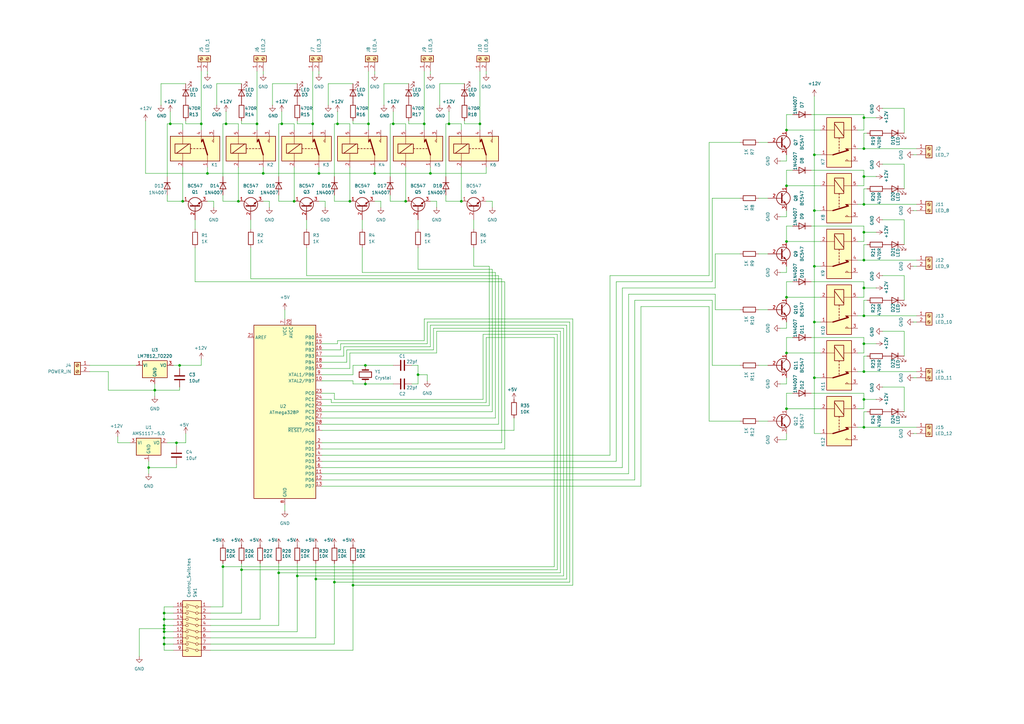
<source format=kicad_sch>
(kicad_sch (version 20231120) (generator "eeschema") (generator_version "8.0")
  (paper "A3")
  (title_block (title "Illuminated Signs control board (12-Pin)") (date "2024-08-31") (rev "1.0") (company "EmbeddedPioneer"))
  (junction (at 322.58 167.64))
  (junction (at 67.31 264.16))
  (junction (at 114.3 234.95))
  (junction (at 334.01 63.5))
  (junction (at 354.33 118.11))
  (junction (at 115.57 50.8))
  (junction (at 105.41 50.8))
  (junction (at 67.31 256.54))
  (junction (at 153.67 71.12))
  (junction (at 354.33 60.96))
  (junction (at 354.33 175.26))
  (junction (at 354.33 152.4))
  (junction (at 97.79 82.55))
  (junction (at 196.85 50.8))
  (junction (at 91.44 232.41))
  (junction (at 67.31 259.08))
  (junction (at 82.55 50.8))
  (junction (at 85.09 71.12))
  (junction (at 92.71 50.8))
  (junction (at 322.58 53.34))
  (junction (at 60.96 191.77))
  (junction (at 67.31 251.46))
  (junction (at 72.39 181.61))
  (junction (at 67.31 257.81))
  (junction (at 184.15 50.8))
  (junction (at 69.85 50.8))
  (junction (at 354.33 140.97))
  (junction (at 144.78 240.03))
  (junction (at 149.86 157.48))
  (junction (at 166.37 82.55))
  (junction (at 107.95 71.12))
  (junction (at 354.33 95.25))
  (junction (at 149.86 149.86))
  (junction (at 138.43 50.8))
  (junction (at 354.33 72.39))
  (junction (at 354.33 48.26))
  (junction (at 173.99 50.8))
  (junction (at 322.58 121.92))
  (junction (at 121.92 236.22))
  (junction (at 67.31 254))
  (junction (at 161.29 50.8))
  (junction (at 99.06 233.68))
  (junction (at 189.23 82.55))
  (junction (at 143.51 82.55))
  (junction (at 354.33 106.68))
  (junction (at 74.93 82.55))
  (junction (at 322.58 144.78))
  (junction (at 334.01 109.22))
  (junction (at 171.45 153.67))
  (junction (at 322.58 76.2))
  (junction (at 151.13 50.8))
  (junction (at 354.33 129.54))
  (junction (at 129.54 237.49))
  (junction (at 130.81 71.12))
  (junction (at 334.01 86.36))
  (junction (at 120.65 82.55))
  (junction (at 73.66 149.86))
  (junction (at 67.31 261.62))
  (junction (at 137.16 238.76))
  (junction (at 334.01 132.08))
  (junction (at 354.33 83.82))
  (junction (at 63.5 160.02))
  (junction (at 354.33 163.83))
  (junction (at 322.58 99.06))
  (junction (at 128.27 50.8))
  (junction (at 176.53 71.12))
  (junction (at 334.01 154.94))
  (wire (pts (xy 121.92 231.14) (xy 121.92 236.22)))
  (wire (pts (xy 322.58 161.29) (xy 322.58 167.64)))
  (wire (pts (xy 67.31 248.92) (xy 71.12 248.92)))
  (wire (pts (xy 175.26 140.97) (xy 139.7 140.97)))
  (wire (pts (xy 129.54 237.49) (xy 129.54 261.62)))
  (wire (pts (xy 355.6 54.61) (xy 354.33 54.61)))
  (wire (pts (xy 99.06 50.8) (xy 105.41 50.8)))
  (wire (pts (xy 355.6 77.47) (xy 354.33 77.47)))
  (wire (pts (xy 176.53 142.24) (xy 140.97 142.24)))
  (wire (pts (xy 36.83 149.86) (xy 55.88 149.86)))
  (wire (pts (xy 67.31 259.08) (xy 71.12 259.08)))
  (wire (pts (xy 334.01 39.37) (xy 334.01 63.5)))
  (wire (pts (xy 111.76 34.29) (xy 111.76 43.18)))
  (wire (pts (xy 322.58 111.76) (xy 320.04 111.76)))
  (wire (pts (xy 144.78 149.86) (xy 144.78 153.67)))
  (wire (pts (xy 72.39 181.61) (xy 76.2 181.61)))
  (wire (pts (xy 59.69 49.53) (xy 59.69 71.12)))
  (wire (pts (xy 234.95 130.81) (xy 173.99 130.81)))
  (wire (pts (xy 354.33 100.33) (xy 354.33 106.68)))
  (wire (pts (xy 303.53 104.14) (xy 293.37 104.14)))
  (wire (pts (xy 182.88 82.55) (xy 189.23 82.55)))
  (wire (pts (xy 121.92 259.08) (xy 86.36 259.08)))
  (wire (pts (xy 354.33 152.4) (xy 351.79 152.4)))
  (wire (pts (xy 91.44 232.41) (xy 91.44 248.92)))
  (wire (pts (xy 354.33 92.71) (xy 354.33 95.25)))
  (wire (pts (xy 114.3 82.55) (xy 120.65 82.55)))
  (wire (pts (xy 175.26 132.08) (xy 175.26 140.97)))
  (wire (pts (xy 332.74 161.29) (xy 354.33 161.29)))
  (wire (pts (xy 354.33 48.26) (xy 354.33 53.34)))
  (wire (pts (xy 91.44 50.8) (xy 92.71 50.8)))
  (wire (pts (xy 325.12 115.57) (xy 322.58 115.57)))
  (wire (pts (xy 48.26 181.61) (xy 53.34 181.61)))
  (wire (pts (xy 375.92 154.94) (xy 374.65 154.94)))
  (wire (pts (xy 125.73 113.03) (xy 204.47 113.03)))
  (wire (pts (xy 336.55 53.34) (xy 322.58 53.34)))
  (wire (pts (xy 144.78 149.86) (xy 149.86 149.86)))
  (wire (pts (xy 232.41 133.35) (xy 232.41 237.49)))
  (wire (pts (xy 370.84 54.61) (xy 370.84 44.45)))
  (wire (pts (xy 167.64 34.29) (xy 157.48 34.29)))
  (wire (pts (xy 72.39 190.5) (xy 72.39 191.77)))
  (wire (pts (xy 125.73 113.03) (xy 125.73 101.6)))
  (wire (pts (xy 151.13 29.21) (xy 151.13 50.8)))
  (wire (pts (xy 67.31 259.08) (xy 67.31 257.81)))
  (wire (pts (xy 132.08 191.77) (xy 255.27 191.77)))
  (wire (pts (xy 160.02 80.01) (xy 160.02 82.55)))
  (wire (pts (xy 354.33 77.47) (xy 354.33 83.82)))
  (wire (pts (xy 314.96 58.42) (xy 311.15 58.42)))
  (wire (pts (xy 375.92 132.08) (xy 374.65 132.08)))
  (wire (pts (xy 144.78 50.8) (xy 151.13 50.8)))
  (wire (pts (xy 355.6 168.91) (xy 354.33 168.91)))
  (wire (pts (xy 72.39 181.61) (xy 72.39 182.88)))
  (wire (pts (xy 171.45 110.49) (xy 171.45 101.6)))
  (wire (pts (xy 176.53 82.55) (xy 179.07 82.55)))
  (wire (pts (xy 375.92 86.36) (xy 374.65 86.36)))
  (wire (pts (xy 198.12 137.16) (xy 198.12 163.83)))
  (wire (pts (xy 67.31 251.46) (xy 71.12 251.46)))
  (wire (pts (xy 336.55 154.94) (xy 334.01 154.94)))
  (wire (pts (xy 354.33 163.83) (xy 354.33 167.64)))
  (wire (pts (xy 354.33 138.43) (xy 354.33 140.97)))
  (wire (pts (xy 67.31 261.62) (xy 71.12 261.62)))
  (wire (pts (xy 190.5 49.53) (xy 190.5 50.8)))
  (wire (pts (xy 199.39 165.1) (xy 135.89 165.1)))
  (wire (pts (xy 180.34 34.29) (xy 180.34 43.18)))
  (wire (pts (xy 322.58 88.9) (xy 320.04 88.9)))
  (wire (pts (xy 102.87 114.3) (xy 205.74 114.3)))
  (wire (pts (xy 97.79 68.58) (xy 97.79 82.55)))
  (wire (pts (xy 67.31 264.16) (xy 71.12 264.16)))
  (wire (pts (xy 314.96 149.86) (xy 311.15 149.86)))
  (wire (pts (xy 262.89 125.73) (xy 262.89 199.39)))
  (wire (pts (xy 137.16 264.16) (xy 86.36 264.16)))
  (wire (pts (xy 171.45 90.17) (xy 171.45 93.98)))
  (wire (pts (xy 257.81 120.65) (xy 257.81 194.31)))
  (wire (pts (xy 359.41 95.25) (xy 354.33 95.25)))
  (wire (pts (xy 176.53 68.58) (xy 176.53 71.12)))
  (wire (pts (xy 91.44 231.14) (xy 91.44 232.41)))
  (wire (pts (xy 322.58 86.36) (xy 322.58 88.9)))
  (wire (pts (xy 110.49 85.09) (xy 110.49 82.55)))
  (wire (pts (xy 115.57 50.8) (xy 120.65 50.8)))
  (wire (pts (xy 143.51 144.78) (xy 143.51 151.13)))
  (wire (pts (xy 334.01 109.22) (xy 334.01 86.36)))
  (wire (pts (xy 66.04 34.29) (xy 66.04 43.18)))
  (wire (pts (xy 106.68 254) (xy 86.36 254)))
  (wire (pts (xy 359.41 163.83) (xy 354.33 163.83)))
  (wire (pts (xy 144.78 156.21) (xy 144.78 157.48)))
  (wire (pts (xy 207.01 184.15) (xy 132.08 184.15)))
  (wire (pts (xy 92.71 50.8) (xy 97.79 50.8)))
  (wire (pts (xy 161.29 50.8) (xy 166.37 50.8)))
  (wire (pts (xy 144.78 34.29) (xy 134.62 34.29)))
  (wire (pts (xy 114.3 72.39) (xy 114.3 50.8)))
  (wire (pts (xy 334.01 86.36) (xy 334.01 63.5)))
  (wire (pts (xy 322.58 180.34) (xy 320.04 180.34)))
  (wire (pts (xy 121.92 34.29) (xy 111.76 34.29)))
  (wire (pts (xy 203.2 171.45) (xy 132.08 171.45)))
  (wire (pts (xy 354.33 60.96) (xy 351.79 60.96)))
  (wire (pts (xy 336.55 167.64) (xy 322.58 167.64)))
  (wire (pts (xy 199.39 29.21) (xy 199.39 30.48)))
  (wire (pts (xy 375.92 175.26) (xy 354.33 175.26)))
  (wire (pts (xy 334.01 154.94) (xy 334.01 132.08)))
  (wire (pts (xy 68.58 181.61) (xy 72.39 181.61)))
  (wire (pts (xy 171.45 149.86) (xy 171.45 153.67)))
  (wire (pts (xy 190.5 34.29) (xy 180.34 34.29)))
  (wire (pts (xy 354.33 72.39) (xy 354.33 76.2)))
  (wire (pts (xy 44.45 160.02) (xy 63.5 160.02)))
  (wire (pts (xy 135.89 163.83) (xy 132.08 163.83)))
  (wire (pts (xy 166.37 68.58) (xy 166.37 82.55)))
  (wire (pts (xy 85.09 82.55) (xy 87.63 82.55)))
  (wire (pts (xy 73.66 149.86) (xy 82.55 149.86)))
  (wire (pts (xy 200.66 166.37) (xy 132.08 166.37)))
  (wire (pts (xy 332.74 115.57) (xy 354.33 115.57)))
  (wire (pts (xy 232.41 237.49) (xy 129.54 237.49)))
  (wire (pts (xy 322.58 69.85) (xy 322.58 76.2)))
  (wire (pts (xy 144.78 240.03) (xy 144.78 266.7)))
  (wire (pts (xy 121.92 236.22) (xy 121.92 259.08)))
  (wire (pts (xy 107.95 71.12) (xy 85.09 71.12)))
  (wire (pts (xy 171.45 153.67) (xy 171.45 157.48)))
  (wire (pts (xy 354.33 167.64) (xy 351.79 167.64)))
  (wire (pts (xy 36.83 152.4) (xy 44.45 152.4)))
  (wire (pts (xy 63.5 160.02) (xy 63.5 162.56)))
  (wire (pts (xy 130.81 71.12) (xy 107.95 71.12)))
  (wire (pts (xy 148.59 90.17) (xy 148.59 93.98)))
  (wire (pts (xy 132.08 156.21) (xy 144.78 156.21)))
  (wire (pts (xy 303.53 58.42) (xy 290.83 58.42)))
  (wire (pts (xy 354.33 99.06) (xy 351.79 99.06)))
  (wire (pts (xy 67.31 256.54) (xy 67.31 254)))
  (wire (pts (xy 69.85 50.8) (xy 74.93 50.8)))
  (wire (pts (xy 370.84 168.91) (xy 370.84 158.75)))
  (wire (pts (xy 68.58 50.8) (xy 69.85 50.8)))
  (wire (pts (xy 91.44 248.92) (xy 86.36 248.92)))
  (wire (pts (xy 370.84 67.31) (xy 361.95 67.31)))
  (wire (pts (xy 229.87 135.89) (xy 179.07 135.89)))
  (wire (pts (xy 153.67 68.58) (xy 153.67 71.12)))
  (wire (pts (xy 232.41 133.35) (xy 176.53 133.35)))
  (wire (pts (xy 132.08 153.67) (xy 144.78 153.67)))
  (wire (pts (xy 252.73 189.23) (xy 252.73 115.57)))
  (wire (pts (xy 370.84 158.75) (xy 361.95 158.75)))
  (wire (pts (xy 314.96 104.14) (xy 311.15 104.14)))
  (wire (pts (xy 260.35 123.19) (xy 292.1 123.19)))
  (wire (pts (xy 355.6 123.19) (xy 354.33 123.19)))
  (wire (pts (xy 142.24 148.59) (xy 132.08 148.59)))
  (wire (pts (xy 44.45 152.4) (xy 44.45 160.02)))
  (wire (pts (xy 63.5 160.02) (xy 73.66 160.02)))
  (wire (pts (xy 354.33 106.68) (xy 351.79 106.68)))
  (wire (pts (xy 105.41 29.21) (xy 105.41 50.8)))
  (wire (pts (xy 140.97 142.24) (xy 140.97 146.05)))
  (wire (pts (xy 132.08 189.23) (xy 252.73 189.23)))
  (wire (pts (xy 336.55 144.78) (xy 322.58 144.78)))
  (wire (pts (xy 138.43 50.8) (xy 143.51 50.8)))
  (wire (pts (xy 205.74 114.3) (xy 205.74 181.61)))
  (wire (pts (xy 292.1 149.86) (xy 292.1 123.19)))
  (wire (pts (xy 130.81 68.58) (xy 130.81 71.12)))
  (wire (pts (xy 199.39 138.43) (xy 199.39 165.1)))
  (wire (pts (xy 128.27 29.21) (xy 128.27 50.8)))
  (wire (pts (xy 370.84 135.89) (xy 361.95 135.89)))
  (wire (pts (xy 332.74 46.99) (xy 354.33 46.99)))
  (wire (pts (xy 120.65 50.8) (xy 120.65 53.34)))
  (wire (pts (xy 138.43 139.7) (xy 138.43 140.97)))
  (wire (pts (xy 160.02 50.8) (xy 161.29 50.8)))
  (wire (pts (xy 68.58 72.39) (xy 68.58 50.8)))
  (wire (pts (xy 130.81 29.21) (xy 130.81 30.48)))
  (wire (pts (xy 210.82 176.53) (xy 210.82 171.45)))
  (wire (pts (xy 354.33 95.25) (xy 354.33 99.06)))
  (wire (pts (xy 176.53 29.21) (xy 176.53 30.48)))
  (wire (pts (xy 74.93 68.58) (xy 74.93 82.55)))
  (wire (pts (xy 156.21 85.09) (xy 156.21 82.55)))
  (wire (pts (xy 68.58 80.01) (xy 68.58 82.55)))
  (wire (pts (xy 179.07 85.09) (xy 179.07 82.55)))
  (wire (pts (xy 137.16 80.01) (xy 137.16 82.55)))
  (wire (pts (xy 370.84 113.03) (xy 361.95 113.03)))
  (wire (pts (xy 250.19 113.03) (xy 250.19 186.69)))
  (wire (pts (xy 375.92 109.22) (xy 374.65 109.22)))
  (wire (pts (xy 60.96 191.77) (xy 60.96 194.31)))
  (wire (pts (xy 355.6 146.05) (xy 354.33 146.05)))
  (wire (pts (xy 82.55 50.8) (xy 82.55 53.34)))
  (wire (pts (xy 171.45 157.48) (xy 168.91 157.48)))
  (wire (pts (xy 73.66 151.13) (xy 73.66 149.86)))
  (wire (pts (xy 151.13 50.8) (xy 151.13 53.34)))
  (wire (pts (xy 91.44 80.01) (xy 91.44 82.55)))
  (wire (pts (xy 354.33 123.19) (xy 354.33 129.54)))
  (wire (pts (xy 176.53 71.12) (xy 153.67 71.12)))
  (wire (pts (xy 201.93 168.91) (xy 132.08 168.91)))
  (wire (pts (xy 68.58 82.55) (xy 74.93 82.55)))
  (wire (pts (xy 114.3 80.01) (xy 114.3 82.55)))
  (wire (pts (xy 322.58 154.94) (xy 322.58 157.48)))
  (wire (pts (xy 85.09 29.21) (xy 85.09 30.48)))
  (wire (pts (xy 92.71 45.72) (xy 92.71 50.8)))
  (wire (pts (xy 199.39 68.58) (xy 199.39 71.12)))
  (wire (pts (xy 233.68 238.76) (xy 137.16 238.76)))
  (wire (pts (xy 173.99 50.8) (xy 173.99 53.34)))
  (wire (pts (xy 227.33 138.43) (xy 227.33 232.41)))
  (wire (pts (xy 173.99 130.81) (xy 173.99 139.7)))
  (wire (pts (xy 139.7 143.51) (xy 132.08 143.51)))
  (wire (pts (xy 73.66 160.02) (xy 73.66 158.75)))
  (wire (pts (xy 303.53 81.28) (xy 292.1 81.28)))
  (wire (pts (xy 207.01 115.57) (xy 207.01 184.15)))
  (wire (pts (xy 322.58 132.08) (xy 322.58 134.62)))
  (wire (pts (xy 198.12 163.83) (xy 137.16 163.83)))
  (wire (pts (xy 292.1 81.28) (xy 292.1 115.57)))
  (wire (pts (xy 262.89 125.73) (xy 290.83 125.73)))
  (wire (pts (xy 137.16 231.14) (xy 137.16 238.76)))
  (wire (pts (xy 85.09 68.58) (xy 85.09 71.12)))
  (wire (pts (xy 325.12 92.71) (xy 322.58 92.71)))
  (wire (pts (xy 110.49 82.55) (xy 107.95 82.55)))
  (wire (pts (xy 157.48 34.29) (xy 157.48 43.18)))
  (wire (pts (xy 67.31 254) (xy 67.31 251.46)))
  (wire (pts (xy 71.12 149.86) (xy 73.66 149.86)))
  (wire (pts (xy 293.37 104.14) (xy 293.37 118.11)))
  (wire (pts (xy 334.01 132.08) (xy 334.01 109.22)))
  (wire (pts (xy 67.31 266.7) (xy 67.31 264.16)))
  (wire (pts (xy 184.15 50.8) (xy 189.23 50.8)))
  (wire (pts (xy 91.44 72.39) (xy 91.44 50.8)))
  (wire (pts (xy 303.53 127) (xy 293.37 127)))
  (wire (pts (xy 143.51 151.13) (xy 132.08 151.13)))
  (wire (pts (xy 88.9 34.29) (xy 88.9 43.18)))
  (wire (pts (xy 179.07 144.78) (xy 143.51 144.78)))
  (wire (pts (xy 336.55 132.08) (xy 334.01 132.08)))
  (wire (pts (xy 143.51 50.8) (xy 143.51 53.34)))
  (wire (pts (xy 143.51 68.58) (xy 143.51 82.55)))
  (wire (pts (xy 116.84 207.01) (xy 116.84 209.55)))
  (wire (pts (xy 128.27 50.8) (xy 128.27 53.34)))
  (wire (pts (xy 293.37 127) (xy 293.37 120.65)))
  (wire (pts (xy 354.33 146.05) (xy 354.33 152.4)))
  (wire (pts (xy 354.33 144.78) (xy 351.79 144.78)))
  (wire (pts (xy 255.27 118.11) (xy 255.27 191.77)))
  (wire (pts (xy 91.44 82.55) (xy 97.79 82.55)))
  (wire (pts (xy 336.55 99.06) (xy 322.58 99.06)))
  (wire (pts (xy 177.8 143.51) (xy 142.24 143.51)))
  (wire (pts (xy 167.64 49.53) (xy 167.64 50.8)))
  (wire (pts (xy 354.33 53.34) (xy 351.79 53.34)))
  (wire (pts (xy 325.12 161.29) (xy 322.58 161.29)))
  (wire (pts (xy 227.33 232.41) (xy 91.44 232.41)))
  (wire (pts (xy 325.12 69.85) (xy 322.58 69.85)))
  (wire (pts (xy 132.08 186.69) (xy 250.19 186.69)))
  (wire (pts (xy 375.92 60.96) (xy 354.33 60.96)))
  (wire (pts (xy 72.39 191.77) (xy 60.96 191.77)))
  (wire (pts (xy 137.16 50.8) (xy 138.43 50.8)))
  (wire (pts (xy 107.95 29.21) (xy 107.95 30.48)))
  (wire (pts (xy 148.59 111.76) (xy 203.2 111.76)))
  (wire (pts (xy 252.73 115.57) (xy 292.1 115.57)))
  (wire (pts (xy 144.78 157.48) (xy 149.86 157.48)))
  (wire (pts (xy 229.87 135.89) (xy 229.87 234.95)))
  (wire (pts (xy 334.01 177.8) (xy 334.01 154.94)))
  (wire (pts (xy 322.58 92.71) (xy 322.58 99.06)))
  (wire (pts (xy 354.33 168.91) (xy 354.33 175.26)))
  (wire (pts (xy 231.14 236.22) (xy 121.92 236.22)))
  (wire (pts (xy 228.6 137.16) (xy 198.12 137.16)))
  (wire (pts (xy 182.88 50.8) (xy 184.15 50.8)))
  (wire (pts (xy 322.58 109.22) (xy 322.58 111.76)))
  (wire (pts (xy 105.41 50.8) (xy 105.41 53.34)))
  (wire (pts (xy 138.43 140.97) (xy 132.08 140.97)))
  (wire (pts (xy 336.55 109.22) (xy 334.01 109.22)))
  (wire (pts (xy 354.33 118.11) (xy 354.33 121.92)))
  (wire (pts (xy 314.96 127) (xy 311.15 127)))
  (wire (pts (xy 168.91 149.86) (xy 171.45 149.86)))
  (wire (pts (xy 116.84 127) (xy 116.84 130.81)))
  (wire (pts (xy 354.33 140.97) (xy 354.33 144.78)))
  (wire (pts (xy 80.01 115.57) (xy 207.01 115.57)))
  (wire (pts (xy 160.02 72.39) (xy 160.02 50.8)))
  (wire (pts (xy 132.08 199.39) (xy 262.89 199.39)))
  (wire (pts (xy 375.92 83.82) (xy 354.33 83.82)))
  (wire (pts (xy 99.06 34.29) (xy 88.9 34.29)))
  (wire (pts (xy 80.01 101.6) (xy 80.01 115.57)))
  (wire (pts (xy 359.41 48.26) (xy 354.33 48.26)))
  (wire (pts (xy 149.86 157.48) (xy 161.29 157.48)))
  (wire (pts (xy 99.06 233.68) (xy 228.6 233.68)))
  (wire (pts (xy 71.12 266.7) (xy 67.31 266.7)))
  (wire (pts (xy 121.92 49.53) (xy 121.92 50.8)))
  (wire (pts (xy 354.33 46.99) (xy 354.33 48.26)))
  (wire (pts (xy 354.33 83.82) (xy 351.79 83.82)))
  (wire (pts (xy 137.16 163.83) (xy 137.16 161.29)))
  (wire (pts (xy 57.15 269.24) (xy 57.15 257.81)))
  (wire (pts (xy 48.26 181.61) (xy 48.26 179.07)))
  (wire (pts (xy 290.83 172.72) (xy 290.83 125.73)))
  (wire (pts (xy 375.92 177.8) (xy 374.65 177.8)))
  (wire (pts (xy 325.12 46.99) (xy 322.58 46.99)))
  (wire (pts (xy 142.24 143.51) (xy 142.24 148.59)))
  (wire (pts (xy 175.26 156.21) (xy 175.26 153.67)))
  (wire (pts (xy 179.07 135.89) (xy 179.07 144.78)))
  (wire (pts (xy 359.41 140.97) (xy 354.33 140.97)))
  (wire (pts (xy 314.96 172.72) (xy 311.15 172.72)))
  (wire (pts (xy 196.85 29.21) (xy 196.85 50.8)))
  (wire (pts (xy 231.14 134.62) (xy 231.14 236.22)))
  (wire (pts (xy 354.33 161.29) (xy 354.33 163.83)))
  (wire (pts (xy 132.08 176.53) (xy 210.82 176.53)))
  (wire (pts (xy 354.33 175.26) (xy 351.79 175.26)))
  (wire (pts (xy 114.3 234.95) (xy 114.3 256.54)))
  (wire (pts (xy 57.15 257.81) (xy 67.31 257.81)))
  (wire (pts (xy 355.6 100.33) (xy 354.33 100.33)))
  (wire (pts (xy 82.55 29.21) (xy 82.55 50.8)))
  (wire (pts (xy 156.21 82.55) (xy 153.67 82.55)))
  (wire (pts (xy 322.58 46.99) (xy 322.58 53.34)))
  (wire (pts (xy 194.31 101.6) (xy 194.31 109.22)))
  (wire (pts (xy 129.54 261.62) (xy 86.36 261.62)))
  (wire (pts (xy 231.14 134.62) (xy 177.8 134.62)))
  (wire (pts (xy 354.33 54.61) (xy 354.33 60.96)))
  (wire (pts (xy 325.12 138.43) (xy 322.58 138.43)))
  (wire (pts (xy 177.8 134.62) (xy 177.8 143.51)))
  (wire (pts (xy 149.86 149.86) (xy 161.29 149.86)))
  (wire (pts (xy 233.68 132.08) (xy 175.26 132.08)))
  (wire (pts (xy 255.27 118.11) (xy 293.37 118.11)))
  (wire (pts (xy 260.35 123.19) (xy 260.35 196.85)))
  (wire (pts (xy 234.95 240.03) (xy 144.78 240.03)))
  (wire (pts (xy 359.41 72.39) (xy 354.33 72.39)))
  (wire (pts (xy 322.58 63.5) (xy 322.58 66.04)))
  (wire (pts (xy 120.65 68.58) (xy 120.65 82.55)))
  (wire (pts (xy 375.92 152.4) (xy 354.33 152.4)))
  (wire (pts (xy 228.6 137.16) (xy 228.6 233.68)))
  (wire (pts (xy 76.2 49.53) (xy 76.2 50.8)))
  (wire (pts (xy 129.54 231.14) (xy 129.54 237.49)))
  (wire (pts (xy 76.2 50.8) (xy 82.55 50.8)))
  (wire (pts (xy 199.39 82.55) (xy 201.93 82.55)))
  (wire (pts (xy 336.55 121.92) (xy 322.58 121.92)))
  (wire (pts (xy 140.97 146.05) (xy 132.08 146.05)))
  (wire (pts (xy 153.67 29.21) (xy 153.67 30.48)))
  (wire (pts (xy 189.23 68.58) (xy 189.23 82.55)))
  (wire (pts (xy 204.47 173.99) (xy 132.08 173.99)))
  (wire (pts (xy 233.68 132.08) (xy 233.68 238.76)))
  (wire (pts (xy 137.16 238.76) (xy 137.16 264.16)))
  (wire (pts (xy 370.84 90.17) (xy 361.95 90.17)))
  (wire (pts (xy 114.3 50.8) (xy 115.57 50.8)))
  (wire (pts (xy 133.35 85.09) (xy 133.35 82.55)))
  (wire (pts (xy 336.55 86.36) (xy 334.01 86.36)))
  (wire (pts (xy 201.93 110.49) (xy 201.93 168.91)))
  (wire (pts (xy 370.84 123.19) (xy 370.84 113.03)))
  (wire (pts (xy 161.29 45.72) (xy 161.29 50.8)))
  (wire (pts (xy 205.74 181.61) (xy 132.08 181.61)))
  (wire (pts (xy 370.84 44.45) (xy 361.95 44.45)))
  (wire (pts (xy 160.02 82.55) (xy 166.37 82.55)))
  (wire (pts (xy 375.92 129.54) (xy 354.33 129.54)))
  (wire (pts (xy 234.95 130.81) (xy 234.95 240.03)))
  (wire (pts (xy 375.92 106.68) (xy 354.33 106.68)))
  (wire (pts (xy 171.45 110.49) (xy 201.93 110.49)))
  (wire (pts (xy 99.06 251.46) (xy 86.36 251.46)))
  (wire (pts (xy 67.31 251.46) (xy 67.31 248.92)))
  (wire (pts (xy 132.08 196.85) (xy 260.35 196.85)))
  (wire (pts (xy 67.31 257.81) (xy 67.31 256.54)))
  (wire (pts (xy 125.73 90.17) (xy 125.73 93.98)))
  (wire (pts (xy 303.53 172.72) (xy 290.83 172.72)))
  (wire (pts (xy 322.58 157.48) (xy 320.04 157.48)))
  (wire (pts (xy 60.96 189.23) (xy 60.96 191.77)))
  (wire (pts (xy 370.84 100.33) (xy 370.84 90.17)))
  (wire (pts (xy 99.06 233.68) (xy 99.06 251.46)))
  (wire (pts (xy 354.33 115.57) (xy 354.33 118.11)))
  (wire (pts (xy 203.2 111.76) (xy 203.2 171.45)))
  (wire (pts (xy 227.33 138.43) (xy 199.39 138.43)))
  (wire (pts (xy 153.67 71.12) (xy 130.81 71.12)))
  (wire (pts (xy 322.58 177.8) (xy 322.58 180.34)))
  (wire (pts (xy 102.87 101.6) (xy 102.87 114.3)))
  (wire (pts (xy 194.31 109.22) (xy 200.66 109.22)))
  (wire (pts (xy 148.59 101.6) (xy 148.59 111.76)))
  (wire (pts (xy 107.95 68.58) (xy 107.95 71.12)))
  (wire (pts (xy 176.53 133.35) (xy 176.53 142.24)))
  (wire (pts (xy 167.64 50.8) (xy 173.99 50.8)))
  (wire (pts (xy 76.2 34.29) (xy 66.04 34.29)))
  (wire (pts (xy 85.09 71.12) (xy 59.69 71.12)))
  (wire (pts (xy 114.3 256.54) (xy 86.36 256.54)))
  (wire (pts (xy 137.16 161.29) (xy 132.08 161.29)))
  (wire (pts (xy 336.55 76.2) (xy 322.58 76.2)))
  (wire (pts (xy 102.87 90.17) (xy 102.87 93.98)))
  (wire (pts (xy 370.84 146.05) (xy 370.84 135.89)))
  (wire (pts (xy 184.15 45.72) (xy 184.15 50.8)))
  (wire (pts (xy 204.47 113.03) (xy 204.47 173.99)))
  (wire (pts (xy 86.36 266.7) (xy 144.78 266.7)))
  (wire (pts (xy 67.31 261.62) (xy 67.31 259.08)))
  (wire (pts (xy 137.16 72.39) (xy 137.16 50.8)))
  (wire (pts (xy 229.87 234.95) (xy 114.3 234.95)))
  (wire (pts (xy 134.62 34.29) (xy 134.62 43.18)))
  (wire (pts (xy 303.53 149.86) (xy 292.1 149.86)))
  (wire (pts (xy 354.33 121.92) (xy 351.79 121.92)))
  (wire (pts (xy 135.89 165.1) (xy 135.89 163.83)))
  (wire (pts (xy 99.06 49.53) (xy 99.06 50.8)))
  (wire (pts (xy 76.2 181.61) (xy 76.2 177.8)))
  (wire (pts (xy 332.74 138.43) (xy 354.33 138.43)))
  (wire (pts (xy 322.58 134.62) (xy 320.04 134.62)))
  (wire (pts (xy 354.33 129.54) (xy 351.79 129.54)))
  (wire (pts (xy 175.26 153.67) (xy 171.45 153.67)))
  (wire (pts (xy 290.83 58.42) (xy 290.83 113.03)))
  (wire (pts (xy 144.78 231.14) (xy 144.78 240.03)))
  (wire (pts (xy 332.74 92.71) (xy 354.33 92.71)))
  (wire (pts (xy 67.31 256.54) (xy 71.12 256.54)))
  (wire (pts (xy 67.31 254) (xy 71.12 254)))
  (wire (pts (xy 199.39 71.12) (xy 176.53 71.12)))
  (wire (pts (xy 166.37 50.8) (xy 166.37 53.34)))
  (wire (pts (xy 201.93 82.55) (xy 201.93 85.09)))
  (wire (pts (xy 190.5 50.8) (xy 196.85 50.8)))
  (wire (pts (xy 67.31 264.16) (xy 67.31 261.62)))
  (wire (pts (xy 354.33 76.2) (xy 351.79 76.2)))
  (wire (pts (xy 114.3 231.14) (xy 114.3 234.95)))
  (wire (pts (xy 138.43 45.72) (xy 138.43 50.8)))
  (wire (pts (xy 182.88 80.01) (xy 182.88 82.55)))
  (wire (pts (xy 121.92 50.8) (xy 128.27 50.8)))
  (wire (pts (xy 69.85 45.72) (xy 69.85 50.8)))
  (wire (pts (xy 82.55 149.86) (xy 82.55 147.32)))
  (wire (pts (xy 189.23 50.8) (xy 189.23 53.34)))
  (wire (pts (xy 106.68 231.14) (xy 106.68 254)))
  (wire (pts (xy 354.33 69.85) (xy 354.33 72.39)))
  (wire (pts (xy 322.58 138.43) (xy 322.58 144.78)))
  (wire (pts (xy 139.7 140.97) (xy 139.7 143.51)))
  (wire (pts (xy 370.84 77.47) (xy 370.84 67.31)))
  (wire (pts (xy 336.55 63.5) (xy 334.01 63.5)))
  (wire (pts (xy 359.41 118.11) (xy 354.33 118.11)))
  (wire (pts (xy 74.93 50.8) (xy 74.93 53.34)))
  (wire (pts (xy 182.88 72.39) (xy 182.88 50.8)))
  (wire (pts (xy 87.63 82.55) (xy 87.63 85.09)))
  (wire (pts (xy 336.55 177.8) (xy 334.01 177.8)))
  (wire (pts (xy 257.81 120.65) (xy 293.37 120.65)))
  (wire (pts (xy 63.5 160.02) (xy 63.5 157.48)))
  (wire (pts (xy 194.31 90.17) (xy 194.31 93.98)))
  (wire (pts (xy 250.19 113.03) (xy 290.83 113.03)))
  (wire (pts (xy 196.85 50.8) (xy 196.85 53.34)))
  (wire (pts (xy 314.96 81.28) (xy 311.15 81.28)))
  (wire (pts (xy 132.08 194.31) (xy 257.81 194.31)))
  (wire (pts (xy 173.99 139.7) (xy 138.43 139.7)))
  (wire (pts (xy 200.66 109.22) (xy 200.66 166.37)))
  (wire (pts (xy 332.74 69.85) (xy 354.33 69.85)))
  (wire (pts (xy 137.16 82.55) (xy 143.51 82.55)))
  (wire (pts (xy 322.58 66.04) (xy 320.04 66.04)))
  (wire (pts (xy 133.35 82.55) (xy 130.81 82.55)))
  (wire (pts (xy 322.58 115.57) (xy 322.58 121.92)))
  (wire (pts (xy 375.92 63.5) (xy 374.65 63.5)))
  (wire (pts (xy 144.78 49.53) (xy 144.78 50.8)))
  (wire (pts (xy 99.06 231.14) (xy 99.06 233.68)))
  (wire (pts (xy 97.79 50.8) (xy 97.79 53.34)))
  (wire (pts (xy 80.01 90.17) (xy 80.01 93.98)))
  (wire (pts (xy 173.99 29.21) (xy 173.99 50.8)))
  (wire (pts (xy 115.57 45.72) (xy 115.57 50.8)))
  (symbol (lib_id "Transistor_BJT:BC547") (at 320.04 127 0) (unit 1)
    (property "Reference" "Q10" (at 326.39 127 90))
    (property "Value" "BC547" (at 328.93 127 90))
    (property "Footprint" "Package_TO_SOT_THT:TO-92_Inline" (effects (hide yes)))
    (property "Datasheet" "https://www.onsemi.com/pub/Collateral/BC550-D.pdf" (effects (hide yes)))
    (property "Description" "0.1A Ic, 45V Vce, Small Signal NPN Transistor, TO-92" (effects (hide yes)))
  )
  (symbol (lib_id "Device:R") (at 359.41 100.33 90) (mirror x) (unit 1)
    (property "Reference" "R21" (at 358.14 101.6 0) (effects (justify left)))
    (property "Value" "470R" (at 360.68 101.6 0) (effects (justify left)))
    (property "Footprint" "Resistor_THT:R_Axial_DIN0207_L6.3mm_D2.5mm_P10.16mm_Horizontal" (effects (hide yes)))
    (property "Description" "Resistor" (effects (hide yes)))
  )
  (symbol (lib_id "Connector:Screw_Terminal_01x02") (at 82.55 24.13 90) (unit 1)
    (property "Reference" "J5" (at 82.5499 21.59 0) (effects (justify left)))
    (property "Value" "LED_1" (at 85.0899 21.59 0) (effects (justify left)))
    (property "Description" "Generic screw terminal, single row, 01x02, script generated (kicad-library-utils/schlib/autogen/connector/)" (effects (hide yes)))
  )
  (symbol (lib_id "Device:C") (at 73.66 154.94 0) (unit 1)
    (property "Reference" "C3" (at 77.47 153.6699 0) (effects (justify left)))
    (property "Value" "10uf" (at 77.47 156.2099 0) (effects (justify left)))
    (property "Description" "Unpolarized capacitor" (effects (hide yes)))
  )
  (symbol (lib_id "power:+5V") (at 91.44 223.52 0) (unit 1)
    (property "Reference" "#PWR057" (effects (hide yes)))
    (property "Value" "+5V" (at 88.9 221.488 0))
    (property "Description" "Power symbol creates a global label with name \"+5V\"" (effects (hide yes)))
  )
  (symbol (lib_id "power:+5V") (at 359.41 95.25 270) (unit 1)
    (property "Reference" "#PWR018" (effects (hide yes)))
    (property "Value" "+12V" (at 363.474 92.456 0) (effects (justify left)))
    (property "Description" "Power symbol creates a global label with name \"+5V\"" (effects (hide yes)))
  )
  (symbol (lib_id "power:GND") (at 361.95 113.03 270) (unit 1)
    (property "Reference" "#PWR032" (effects (hide yes)))
    (property "Value" "GND" (at 357.632 113.284 0))
    (property "Description" "Power symbol creates a global label with name \"GND\" , ground" (effects (hide yes)))
  )
  (symbol (lib_id "Device:LED") (at 367.03 123.19 0) (mirror y) (unit 1)
    (property "Reference" "D22" (at 366.268 126.238 90))
    (property "Value" "LED" (at 368.3 126.492 90))
    (property "Footprint" "LED_THT:LED_D3.0mm" (effects (hide yes)))
    (property "Description" "Light emitting diode" (effects (hide yes)))
  )
  (symbol (lib_id "power:GND") (at 180.34 43.18 0) (unit 1)
    (property "Reference" "#PWR050" (effects (hide yes)))
    (property "Value" "GND" (at 180.594 47.498 0))
    (property "Description" "Power symbol creates a global label with name \"GND\" , ground" (effects (hide yes)))
  )
  (symbol (lib_id "power:GND") (at 130.81 30.48 0) (unit 1)
    (property "Reference" "#PWR035" (effects (hide yes)))
    (property "Value" "GND" (at 130.81 35.56 0))
    (property "Description" "Power symbol creates a global label with name \"GND\" , ground" (effects (hide yes)))
  )
  (symbol (lib_id "Device:R") (at 125.73 97.79 0) (unit 1)
    (property "Reference" "R3" (at 128.27 96.5199 0) (effects (justify left)))
    (property "Value" "1K" (at 128.27 99.0599 0) (effects (justify left)))
    (property "Footprint" "Resistor_THT:R_Axial_DIN0207_L6.3mm_D2.5mm_P10.16mm_Horizontal" (effects (hide yes)))
    (property "Description" "Resistor" (effects (hide yes)))
  )
  (symbol (lib_id "Connector:Screw_Terminal_01x02") (at 31.75 149.86 0) (mirror y) (unit 1)
    (property "Reference" "J4" (at 29.21 149.8599 0) (effects (justify left)))
    (property "Value" "POWER_IN" (at 29.21 152.3999 0) (effects (justify left)))
    (property "Footprint" "TerminalBlock:TerminalBlock_bornier-2_P5.08mm" (effects (hide yes)))
    (property "Description" "Generic screw terminal, single row, 01x02, script generated (kicad-library-utils/schlib/autogen/connector/)" (effects (hide yes)))
  )
  (symbol (lib_id "power:+12V") (at 334.01 39.37 0) (unit 1)
    (property "Reference" "#PWR015" (effects (hide yes)))
    (property "Value" "+12V" (at 334.01 34.29 0))
    (property "Description" "Power symbol creates a global label with name \"+12V\"" (effects (hide yes)))
  )
  (symbol (lib_id "power:GND") (at 320.04 134.62 270) (unit 1)
    (property "Reference" "#PWR012" (effects (hide yes)))
    (property "Value" "GND" (at 314.96 134.62 0))
    (property "Description" "Power symbol creates a global label with name \"GND\" , ground" (effects (hide yes)))
  )
  (symbol (lib_id "power:GND") (at 60.96 194.31 0) (unit 1)
    (property "Reference" "#PWR054" (effects (hide yes)))
    (property "Value" "GND" (at 60.96 199.39 0))
    (property "Description" "Power symbol creates a global label with name \"GND\" , ground" (effects (hide yes)))
  )
  (symbol (lib_id "power:+12V") (at 82.55 147.32 0) (unit 1)
    (property "Reference" "#PWR02" (effects (hide yes)))
    (property "Value" "+12V" (at 82.296 142.748 0))
    (property "Description" "Power symbol creates a global label with name \"+12V\"" (effects (hide yes)))
  )
  (symbol (lib_id "power:+5V") (at 116.84 127 0) (unit 1)
    (property "Reference" "#PWR066" (effects (hide yes)))
    (property "Value" "+5V" (at 116.84 121.92 0))
    (property "Description" "Power symbol creates a global label with name \"+5V\"" (effects (hide yes)))
  )
  (symbol (lib_id "power:GND") (at 320.04 111.76 270) (unit 1)
    (property "Reference" "#PWR011" (effects (hide yes)))
    (property "Value" "GND" (at 314.96 111.76 0))
    (property "Description" "Power symbol creates a global label with name \"GND\" , ground" (effects (hide yes)))
  )
  (symbol (lib_id "power:GND") (at 320.04 157.48 270) (unit 1)
    (property "Reference" "#PWR013" (effects (hide yes)))
    (property "Value" "GND" (at 314.96 157.48 0))
    (property "Description" "Power symbol creates a global label with name \"GND\" , ground" (effects (hide yes)))
  )
  (symbol (lib_id "Connector:Screw_Terminal_01x02") (at 381 106.68 0) (unit 1)
    (property "Reference" "J12" (at 383.54 106.6799 0) (effects (justify left)))
    (property "Value" "LED_9" (at 383.54 109.2199 0) (effects (justify left)))
    (property "Description" "Generic screw terminal, single row, 01x02, script generated (kicad-library-utils/schlib/autogen/connector/)" (effects (hide yes)))
  )
  (symbol (lib_id "power:+5V") (at 210.82 163.83 0) (unit 1)
    (property "Reference" "#PWR072" (effects (hide yes)))
    (property "Value" "+5V" (at 210.058 159.766 0))
    (property "Description" "Power symbol creates a global label with name \"+5V\"" (effects (hide yes)))
  )
  (symbol (lib_id "Connector:Screw_Terminal_01x02") (at 196.85 24.13 90) (unit 1)
    (property "Reference" "J10" (at 196.8499 21.59 0) (effects (justify left)))
    (property "Value" "LED_6" (at 199.3899 21.59 0) (effects (justify left)))
    (property "Description" "Generic screw terminal, single row, 01x02, script generated (kicad-library-utils/schlib/autogen/connector/)" (effects (hide yes)))
  )
  (symbol (lib_id "Relay:SANYOU_SRD_Form_C") (at 148.59 60.96 0) (unit 1)
    (property "Reference" "K4" (at 155.194 67.564 0) (effects (justify left)))
    (property "Value" "SANYOU_SRD_Form_C" (effects (hide yes)))
    (property "Footprint" "Relay_THT:Relay_SPDT_SANYOU_SRD_Series_Form_C" (effects (hide yes)))
    (property "Datasheet" "http://www.sanyourelay.ca/public/products/pdf/SRD.pdf" (effects (hide yes)))
    (property "Description" "Sanyo SRD relay, Single Pole Miniature Power Relay," (effects (hide yes)))
  )
  (symbol (lib_id "Device:R") (at 307.34 127 270) (unit 1)
    (property "Reference" "R10" (at 308.6101 129.54 0) (effects (justify left)))
    (property "Value" "1K" (at 306.0701 129.54 0) (effects (justify left)))
    (property "Footprint" "Resistor_THT:R_Axial_DIN0207_L6.3mm_D2.5mm_P10.16mm_Horizontal" (effects (hide yes)))
    (property "Description" "Resistor" (effects (hide yes)))
  )
  (symbol (lib_id "power:+5V") (at 144.78 223.52 0) (unit 1)
    (property "Reference" "#PWR064" (effects (hide yes)))
    (property "Value" "+5V" (at 142.24 221.488 0))
    (property "Description" "Power symbol creates a global label with name \"+5V\"" (effects (hide yes)))
  )
  (symbol (lib_id "power:GND") (at 175.26 156.21 0) (unit 1)
    (property "Reference" "#PWR071" (effects (hide yes)))
    (property "Value" "GND" (at 175.26 161.29 0))
    (property "Description" "Power symbol creates a global label with name \"GND\" , ground" (effects (hide yes)))
  )
  (symbol (lib_id "Device:R") (at 307.34 58.42 270) (unit 1)
    (property "Reference" "R7" (at 308.6101 60.96 0) (effects (justify left)))
    (property "Value" "1K" (at 306.0701 60.96 0) (effects (justify left)))
    (property "Footprint" "Resistor_THT:R_Axial_DIN0207_L6.3mm_D2.5mm_P10.16mm_Horizontal" (effects (hide yes)))
    (property "Description" "Resistor" (effects (hide yes)))
  )
  (symbol (lib_id "power:+5V") (at 184.15 45.72 0) (unit 1)
    (property "Reference" "#PWR010" (effects (hide yes)))
    (property "Value" "+12V" (at 181.356 41.656 0) (effects (justify left)))
    (property "Description" "Power symbol creates a global label with name \"+5V\"" (effects (hide yes)))
  )
  (symbol (lib_id "Device:R") (at 129.54 227.33 0) (unit 1)
    (property "Reference" "R30" (at 130.81 226.06 0) (effects (justify left)))
    (property "Value" "10K" (at 130.81 228.092 0) (effects (justify left)))
    (property "Footprint" "Resistor_THT:R_Axial_DIN0207_L6.3mm_D2.5mm_P10.16mm_Horizontal" (effects (hide yes)))
    (property "Description" "Resistor" (effects (hide yes)))
  )
  (symbol (lib_id "power:+5V") (at 359.41 163.83 270) (unit 1)
    (property "Reference" "#PWR027" (effects (hide yes)))
    (property "Value" "+12V" (at 363.474 161.036 0) (effects (justify left)))
    (property "Description" "Power symbol creates a global label with name \"+5V\"" (effects (hide yes)))
  )
  (symbol (lib_id "Device:R") (at 144.78 227.33 0) (unit 1)
    (property "Reference" "R32" (at 146.05 226.06 0) (effects (justify left)))
    (property "Value" "10K" (at 146.05 228.092 0) (effects (justify left)))
    (property "Footprint" "Resistor_THT:R_Axial_DIN0207_L6.3mm_D2.5mm_P10.16mm_Horizontal" (effects (hide yes)))
    (property "Description" "Resistor" (effects (hide yes)))
  )
  (symbol (lib_id "power:GND") (at 320.04 88.9 270) (unit 1)
    (property "Reference" "#PWR06" (effects (hide yes)))
    (property "Value" "GND" (at 314.96 88.9 0))
    (property "Description" "Power symbol creates a global label with name \"GND\" , ground" (effects (hide yes)))
  )
  (symbol (lib_id "Device:LED") (at 367.03 146.05 0) (mirror y) (unit 1)
    (property "Reference" "D23" (at 366.268 149.098 90))
    (property "Value" "LED" (at 368.3 149.352 90))
    (property "Footprint" "LED_THT:LED_D3.0mm" (effects (hide yes)))
    (property "Description" "Light emitting diode" (effects (hide yes)))
  )
  (symbol (lib_id "power:GND") (at 361.95 67.31 270) (unit 1)
    (property "Reference" "#PWR029" (effects (hide yes)))
    (property "Value" "GND" (at 357.632 67.564 0))
    (property "Description" "Power symbol creates a global label with name \"GND\" , ground" (effects (hide yes)))
  )
  (symbol (lib_id "Diode:1N4007") (at 328.93 161.29 180) (unit 1)
    (property "Reference" "D12" (at 328.93 155.956 90) (effects (justify left)))
    (property "Value" "1N4007" (at 326.136 153.67 90) (effects (justify left)))
    (property "Footprint" "Diode_THT:D_DO-41_SOD81_P10.16mm_Horizontal" (effects (hide yes)))
    (property "Datasheet" "http://www.vishay.com/docs/88503/1n4001.pdf" (effects (hide yes)))
    (property "Description" "1000V 1A General Purpose Rectifier Diode, DO-41" (effects (hide yes)))
    (property "Sim.Device" "D" (effects (hide yes)))
    (property "Sim.Pins" "1=K 2=A" (effects (hide yes)))
  )
  (symbol (lib_id "Relay:SANYOU_SRD_Form_C") (at 344.17 172.72 270) (unit 1)
    (property "Reference" "K12" (at 337.566 179.324 0) (effects (justify left)))
    (property "Value" "SANYOU_SRD_Form_C" (effects (hide yes)))
    (property "Footprint" "Relay_THT:Relay_SPDT_SANYOU_SRD_Series_Form_C" (effects (hide yes)))
    (property "Datasheet" "http://www.sanyourelay.ca/public/products/pdf/SRD.pdf" (effects (hide yes)))
    (property "Description" "Sanyo SRD relay, Single Pole Miniature Power Relay," (effects (hide yes)))
  )
  (symbol (lib_id "Relay:SANYOU_SRD_Form_C") (at 80.01 60.96 0) (unit 1)
    (property "Reference" "K1" (at 86.614 67.564 0) (effects (justify left)))
    (property "Value" "SANYOU_SRD_Form_C" (effects (hide yes)))
    (property "Footprint" "Relay_THT:Relay_SPDT_SANYOU_SRD_Series_Form_C" (effects (hide yes)))
    (property "Datasheet" "http://www.sanyourelay.ca/public/products/pdf/SRD.pdf" (effects (hide yes)))
    (property "Description" "Sanyo SRD relay, Single Pole Miniature Power Relay," (effects (hide yes)))
  )
  (symbol (lib_id "Transistor_BJT:BC547") (at 148.59 85.09 90) (unit 1)
    (property "Reference" "Q4" (at 148.59 78.74 90))
    (property "Value" "BC547" (at 148.59 76.2 90))
    (property "Footprint" "Package_TO_SOT_THT:TO-92_Inline" (effects (hide yes)))
    (property "Datasheet" "https://www.onsemi.com/pub/Collateral/BC550-D.pdf" (effects (hide yes)))
    (property "Description" "0.1A Ic, 45V Vce, Small Signal NPN Transistor, TO-92" (effects (hide yes)))
  )
  (symbol (lib_id "power:GND") (at 374.65 132.08 270) (unit 1)
    (property "Reference" "#PWR044" (effects (hide yes)))
    (property "Value" "GND" (at 369.57 132.08 0))
    (property "Description" "Power symbol creates a global label with name \"GND\" , ground" (effects (hide yes)))
  )
  (symbol (lib_id "Diode:1N4007") (at 137.16 76.2 270) (unit 1)
    (property "Reference" "D16" (at 131.826 76.2 90) (effects (justify left)))
    (property "Value" "1N4007" (at 129.54 78.994 90) (effects (justify left)))
    (property "Footprint" "Diode_THT:D_DO-41_SOD81_P10.16mm_Horizontal" (effects (hide yes)))
    (property "Datasheet" "http://www.vishay.com/docs/88503/1n4001.pdf" (effects (hide yes)))
    (property "Description" "1000V 1A General Purpose Rectifier Diode, DO-41" (effects (hide yes)))
    (property "Sim.Device" "D" (effects (hide yes)))
    (property "Sim.Pins" "1=K 2=A" (effects (hide yes)))
  )
  (symbol (lib_id "power:+5V") (at 359.41 140.97 270) (unit 1)
    (property "Reference" "#PWR026" (effects (hide yes)))
    (property "Value" "+12V" (at 363.474 138.176 0) (effects (justify left)))
    (property "Description" "Power symbol creates a global label with name \"+5V\"" (effects (hide yes)))
  )
  (symbol (lib_id "Device:LED") (at 367.03 77.47 0) (mirror y) (unit 1)
    (property "Reference" "D20" (at 366.268 80.518 90))
    (property "Value" "LED" (at 368.3 80.772 90))
    (property "Footprint" "LED_THT:LED_D3.0mm" (effects (hide yes)))
    (property "Description" "Light emitting diode" (effects (hide yes)))
  )
  (symbol (lib_id "Transistor_BJT:BC547") (at 320.04 58.42 0) (unit 1)
    (property "Reference" "Q7" (at 326.39 58.42 90))
    (property "Value" "BC547" (at 328.93 58.42 90))
    (property "Footprint" "Package_TO_SOT_THT:TO-92_Inline" (effects (hide yes)))
    (property "Datasheet" "https://www.onsemi.com/pub/Collateral/BC550-D.pdf" (effects (hide yes)))
    (property "Description" "0.1A Ic, 45V Vce, Small Signal NPN Transistor, TO-92" (effects (hide yes)))
  )
  (symbol (lib_id "Regulator_Linear:AMS1117-5.0") (at 60.96 181.61 0) (unit 1)
    (property "Reference" "U1" (at 60.96 175.26 0))
    (property "Value" "AMS1117-5.0" (at 60.96 177.8 0))
    (property "Footprint" "Package_TO_SOT_SMD:SOT-223-3_TabPin2" (effects (hide yes)))
    (property "Datasheet" "http://www.advanced-monolithic.com/pdf/ds1117.pdf" (effects (hide yes)))
    (property "Description" "1A Low Dropout regulator, positive, 5.0V fixed output, SOT-223" (effects (hide yes)))
  )
  (symbol (lib_id "power:GND") (at 374.65 154.94 270) (unit 1)
    (property "Reference" "#PWR051" (effects (hide yes)))
    (property "Value" "GND" (at 369.57 154.94 0))
    (property "Description" "Power symbol creates a global label with name \"GND\" , ground" (effects (hide yes)))
  )
  (symbol (lib_id "Diode:1N4007") (at 160.02 76.2 270) (unit 1)
    (property "Reference" "D17" (at 154.686 76.2 90) (effects (justify left)))
    (property "Value" "1N4007" (at 152.4 78.994 90) (effects (justify left)))
    (property "Footprint" "Diode_THT:D_DO-41_SOD81_P10.16mm_Horizontal" (effects (hide yes)))
    (property "Datasheet" "http://www.vishay.com/docs/88503/1n4001.pdf" (effects (hide yes)))
    (property "Description" "1000V 1A General Purpose Rectifier Diode, DO-41" (effects (hide yes)))
    (property "Sim.Device" "D" (effects (hide yes)))
    (property "Sim.Pins" "1=K 2=A" (effects (hide yes)))
  )
  (symbol (lib_id "power:GND") (at 107.95 30.48 0) (unit 1)
    (property "Reference" "#PWR034" (effects (hide yes)))
    (property "Value" "GND" (at 107.95 35.56 0))
    (property "Description" "Power symbol creates a global label with name \"GND\" , ground" (effects (hide yes)))
  )
  (symbol (lib_id "Device:R") (at 121.92 45.72 0) (mirror x) (unit 1)
    (property "Reference" "R15" (at 123.19 46.99 0) (effects (justify left)))
    (property "Value" "470R" (at 123.19 44.45 0) (effects (justify left)))
    (property "Footprint" "Resistor_THT:R_Axial_DIN0207_L6.3mm_D2.5mm_P10.16mm_Horizontal" (effects (hide yes)))
    (property "Description" "Resistor" (effects (hide yes)))
  )
  (symbol (lib_id "Device:R") (at 359.41 123.19 90) (mirror x) (unit 1)
    (property "Reference" "R22" (at 358.14 124.46 0) (effects (justify left)))
    (property "Value" "470R" (at 360.68 124.46 0) (effects (justify left)))
    (property "Footprint" "Resistor_THT:R_Axial_DIN0207_L6.3mm_D2.5mm_P10.16mm_Horizontal" (effects (hide yes)))
    (property "Description" "Resistor" (effects (hide yes)))
  )
  (symbol (lib_id "Connector:Screw_Terminal_01x02") (at 151.13 24.13 90) (unit 1)
    (property "Reference" "J8" (at 151.1299 21.59 0) (effects (justify left)))
    (property "Value" "LED_4" (at 153.6699 21.59 0) (effects (justify left)))
    (property "Description" "Generic screw terminal, single row, 01x02, script generated (kicad-library-utils/schlib/autogen/connector/)" (effects (hide yes)))
  )
  (symbol (lib_id "Diode:1N4007") (at 68.58 76.2 270) (unit 1)
    (property "Reference" "D13" (at 63.246 76.2 90) (effects (justify left)))
    (property "Value" "1N4007" (at 60.96 78.994 90) (effects (justify left)))
    (property "Footprint" "Diode_THT:D_DO-41_SOD81_P10.16mm_Horizontal" (effects (hide yes)))
    (property "Datasheet" "http://www.vishay.com/docs/88503/1n4001.pdf" (effects (hide yes)))
    (property "Description" "1000V 1A General Purpose Rectifier Diode, DO-41" (effects (hide yes)))
    (property "Sim.Device" "D" (effects (hide yes)))
    (property "Sim.Pins" "1=K 2=A" (effects (hide yes)))
  )
  (symbol (lib_id "Connector:Screw_Terminal_01x02") (at 381 175.26 0) (unit 1)
    (property "Reference" "J15" (at 383.54 175.2599 0) (effects (justify left)))
    (property "Value" "LED_12" (at 383.54 177.7999 0) (effects (justify left)))
    (property "Description" "Generic screw terminal, single row, 01x02, script generated (kicad-library-utils/schlib/autogen/connector/)" (effects (hide yes)))
  )
  (symbol (lib_id "power:+5V") (at 69.85 45.72 0) (unit 1)
    (property "Reference" "#PWR07" (effects (hide yes)))
    (property "Value" "+12V" (at 67.056 41.656 0) (effects (justify left)))
    (property "Description" "Power symbol creates a global label with name \"+5V\"" (effects (hide yes)))
  )
  (symbol (lib_id "MCU_Microchip_ATmega:ATmega328P-P") (at 116.84 168.91 0) (unit 1)
    (property "Reference" "U2" (at 116.078 166.624 0))
    (property "Value" "ATmega328P" (at 116.586 169.164 0))
    (property "Footprint" "Package_DIP:DIP-28_W7.62mm" (effects (hide yes)))
    (property "Datasheet" "http://ww1.microchip.com/downloads/en/DeviceDoc/ATmega328_P%20AVR%20MCU%20with%20picoPower%20Technology%20Data%20Sheet%2040001984A.pdf" (effects (hide yes)))
    (property "Description" "20MHz, 32kB Flash, 2kB SRAM, 1kB EEPROM, DIP-28" (effects (hide yes)))
  )
  (symbol (lib_id "Device:LED") (at 167.64 38.1 90) (mirror x) (unit 1)
    (property "Reference" "D5" (at 170.688 38.862 90))
    (property "Value" "LED" (at 170.942 36.83 90))
    (property "Footprint" "LED_THT:LED_D3.0mm" (effects (hide yes)))
    (property "Description" "Light emitting diode" (effects (hide yes)))
  )
  (symbol (lib_id "Diode:1N4007") (at 328.93 46.99 180) (unit 1)
    (property "Reference" "D7" (at 328.93 41.656 90) (effects (justify left)))
    (property "Value" "1N4007" (at 326.136 39.37 90) (effects (justify left)))
    (property "Footprint" "Diode_THT:D_DO-41_SOD81_P10.16mm_Horizontal" (effects (hide yes)))
    (property "Datasheet" "http://www.vishay.com/docs/88503/1n4001.pdf" (effects (hide yes)))
    (property "Description" "1000V 1A General Purpose Rectifier Diode, DO-41" (effects (hide yes)))
    (property "Sim.Device" "D" (effects (hide yes)))
    (property "Sim.Pins" "1=K 2=A" (effects (hide yes)))
  )
  (symbol (lib_id "Device:R") (at 137.16 227.33 0) (unit 1)
    (property "Reference" "R31" (at 138.43 226.06 0) (effects (justify left)))
    (property "Value" "10K" (at 138.43 228.092 0) (effects (justify left)))
    (property "Footprint" "Resistor_THT:R_Axial_DIN0207_L6.3mm_D2.5mm_P10.16mm_Horizontal" (effects (hide yes)))
    (property "Description" "Resistor" (effects (hide yes)))
  )
  (symbol (lib_id "power:GND") (at 85.09 30.48 0) (unit 1)
    (property "Reference" "#PWR033" (effects (hide yes)))
    (property "Value" "GND" (at 85.09 35.56 0))
    (property "Description" "Power symbol creates a global label with name \"GND\" , ground" (effects (hide yes)))
  )
  (symbol (lib_id "Device:LED") (at 76.2 38.1 90) (mirror x) (unit 1)
    (property "Reference" "D1" (at 79.248 38.862 90))
    (property "Value" "LED" (at 79.502 36.83 90))
    (property "Footprint" "LED_THT:LED_D3.0mm" (effects (hide yes)))
    (property "Description" "Light emitting diode" (effects (hide yes)))
  )
  (symbol (lib_id "Relay:SANYOU_SRD_Form_C") (at 171.45 60.96 0) (unit 1)
    (property "Reference" "K5" (at 178.054 67.564 0) (effects (justify left)))
    (property "Value" "SANYOU_SRD_Form_C" (effects (hide yes)))
    (property "Footprint" "Relay_THT:Relay_SPDT_SANYOU_SRD_Series_Form_C" (effects (hide yes)))
    (property "Datasheet" "http://www.sanyourelay.ca/public/products/pdf/SRD.pdf" (effects (hide yes)))
    (property "Description" "Sanyo SRD relay, Single Pole Miniature Power Relay," (effects (hide yes)))
  )
  (symbol (lib_id "power:GND") (at 374.65 109.22 270) (unit 1)
    (property "Reference" "#PWR043" (effects (hide yes)))
    (property "Value" "GND" (at 369.57 109.22 0))
    (property "Description" "Power symbol creates a global label with name \"GND\" , ground" (effects (hide yes)))
  )
  (symbol (lib_id "Device:R") (at 359.41 168.91 90) (mirror x) (unit 1)
    (property "Reference" "R24" (at 358.14 170.18 0) (effects (justify left)))
    (property "Value" "470R" (at 360.68 170.18 0) (effects (justify left)))
    (property "Footprint" "Resistor_THT:R_Axial_DIN0207_L6.3mm_D2.5mm_P10.16mm_Horizontal" (effects (hide yes)))
    (property "Description" "Resistor" (effects (hide yes)))
  )
  (symbol (lib_id "power:+5V") (at 359.41 118.11 270) (unit 1)
    (property "Reference" "#PWR025" (effects (hide yes)))
    (property "Value" "+12V" (at 363.474 115.316 0) (effects (justify left)))
    (property "Description" "Power symbol creates a global label with name \"+5V\"" (effects (hide yes)))
  )
  (symbol (lib_id "power:GND") (at 176.53 30.48 0) (unit 1)
    (property "Reference" "#PWR037" (effects (hide yes)))
    (property "Value" "GND" (at 176.53 35.56 0))
    (property "Description" "Power symbol creates a global label with name \"GND\" , ground" (effects (hide yes)))
  )
  (symbol (lib_id "power:GND") (at 57.15 269.24 0) (unit 1)
    (property "Reference" "#PWR065" (effects (hide yes)))
    (property "Value" "GND" (at 57.15 274.32 0))
    (property "Description" "Power symbol creates a global label with name \"GND\" , ground" (effects (hide yes)))
  )
  (symbol (lib_id "Relay:SANYOU_SRD_Form_C") (at 344.17 127 270) (unit 1)
    (property "Reference" "K10" (at 337.566 133.604 0) (effects (justify left)))
    (property "Value" "SANYOU_SRD_Form_C" (effects (hide yes)))
    (property "Footprint" "Relay_THT:Relay_SPDT_SANYOU_SRD_Series_Form_C" (effects (hide yes)))
    (property "Datasheet" "http://www.sanyourelay.ca/public/products/pdf/SRD.pdf" (effects (hide yes)))
    (property "Description" "Sanyo SRD relay, Single Pole Miniature Power Relay," (effects (hide yes)))
  )
  (symbol (lib_id "Transistor_BJT:BC547") (at 320.04 104.14 0) (unit 1)
    (property "Reference" "Q9" (at 326.39 104.14 90))
    (property "Value" "BC547" (at 328.93 104.14 90))
    (property "Footprint" "Package_TO_SOT_THT:TO-92_Inline" (effects (hide yes)))
    (property "Datasheet" "https://www.onsemi.com/pub/Collateral/BC550-D.pdf" (effects (hide yes)))
    (property "Description" "0.1A Ic, 45V Vce, Small Signal NPN Transistor, TO-92" (effects (hide yes)))
  )
  (symbol (lib_id "power:GND") (at 361.95 135.89 270) (unit 1)
    (property "Reference" "#PWR039" (effects (hide yes)))
    (property "Value" "GND" (at 357.632 136.144 0))
    (property "Description" "Power symbol creates a global label with name \"GND\" , ground" (effects (hide yes)))
  )
  (symbol (lib_id "power:GND") (at 87.63 85.09 0) (unit 1)
    (property "Reference" "#PWR019" (effects (hide yes)))
    (property "Value" "GND" (at 87.63 90.17 0))
    (property "Description" "Power symbol creates a global label with name \"GND\" , ground" (effects (hide yes)))
  )
  (symbol (lib_id "Device:LED") (at 121.92 38.1 90) (mirror x) (unit 1)
    (property "Reference" "D3" (at 124.968 38.862 90))
    (property "Value" "LED" (at 125.222 36.83 90))
    (property "Footprint" "LED_THT:LED_D3.0mm" (effects (hide yes)))
    (property "Description" "Light emitting diode" (effects (hide yes)))
  )
  (symbol (lib_id "Device:C") (at 72.39 186.69 0) (unit 1)
    (property "Reference" "C4" (at 76.2 185.4199 0) (effects (justify left)))
    (property "Value" "10uf" (at 76.2 187.9599 0) (effects (justify left)))
    (property "Description" "Unpolarized capacitor" (effects (hide yes)))
  )
  (symbol (lib_id "Device:R") (at 80.01 97.79 0) (unit 1)
    (property "Reference" "R1" (at 82.55 96.5199 0) (effects (justify left)))
    (property "Value" "1K" (at 82.55 99.0599 0) (effects (justify left)))
    (property "Footprint" "Resistor_THT:R_Axial_DIN0207_L6.3mm_D2.5mm_P10.16mm_Horizontal" (effects (hide yes)))
    (property "Description" "Resistor" (effects (hide yes)))
  )
  (symbol (lib_id "Connector:Screw_Terminal_01x02") (at 381 152.4 0) (unit 1)
    (property "Reference" "J14" (at 383.54 152.3999 0) (effects (justify left)))
    (property "Value" "LED_11" (at 383.54 154.9399 0) (effects (justify left)))
    (property "Description" "Generic screw terminal, single row, 01x02, script generated (kicad-library-utils/schlib/autogen/connector/)" (effects (hide yes)))
  )
  (symbol (lib_id "power:GND") (at 133.35 85.09 0) (unit 1)
    (property "Reference" "#PWR021" (effects (hide yes)))
    (property "Value" "GND" (at 133.35 90.17 0))
    (property "Description" "Power symbol creates a global label with name \"GND\" , ground" (effects (hide yes)))
  )
  (symbol (lib_id "power:GND") (at 374.65 63.5 270) (unit 1)
    (property "Reference" "#PWR041" (effects (hide yes)))
    (property "Value" "GND" (at 369.57 63.5 0))
    (property "Description" "Power symbol creates a global label with name \"GND\" , ground" (effects (hide yes)))
  )
  (symbol (lib_id "Device:R") (at 307.34 172.72 270) (unit 1)
    (property "Reference" "R12" (at 308.6101 175.26 0) (effects (justify left)))
    (property "Value" "1K" (at 306.0701 175.26 0) (effects (justify left)))
    (property "Footprint" "Resistor_THT:R_Axial_DIN0207_L6.3mm_D2.5mm_P10.16mm_Horizontal" (effects (hide yes)))
    (property "Description" "Resistor" (effects (hide yes)))
  )
  (symbol (lib_id "power:+5V") (at 161.29 45.72 0) (unit 1)
    (property "Reference" "#PWR09" (effects (hide yes)))
    (property "Value" "+12V" (at 158.496 41.656 0) (effects (justify left)))
    (property "Description" "Power symbol creates a global label with name \"+5V\"" (effects (hide yes)))
  )
  (symbol (lib_id "power:GND") (at 199.39 30.48 0) (unit 1)
    (property "Reference" "#PWR038" (effects (hide yes)))
    (property "Value" "GND" (at 199.39 35.56 0))
    (property "Description" "Power symbol creates a global label with name \"GND\" , ground" (effects (hide yes)))
  )
  (symbol (lib_id "power:+5V") (at 114.3 223.52 0) (unit 1)
    (property "Reference" "#PWR060" (effects (hide yes)))
    (property "Value" "+5V" (at 111.76 221.488 0))
    (property "Description" "Power symbol creates a global label with name \"+5V\"" (effects (hide yes)))
  )
  (symbol (lib_id "power:GND") (at 111.76 43.18 0) (unit 1)
    (property "Reference" "#PWR047" (effects (hide yes)))
    (property "Value" "GND" (at 112.014 47.498 0))
    (property "Description" "Power symbol creates a global label with name \"GND\" , ground" (effects (hide yes)))
  )
  (symbol (lib_id "power:+5V") (at 359.41 48.26 270) (unit 1)
    (property "Reference" "#PWR016" (effects (hide yes)))
    (property "Value" "+12V" (at 363.474 45.466 0) (effects (justify left)))
    (property "Description" "Power symbol creates a global label with name \"+5V\"" (effects (hide yes)))
  )
  (symbol (lib_id "Device:LED") (at 367.03 168.91 0) (mirror y) (unit 1)
    (property "Reference" "D24" (at 366.268 171.958 90))
    (property "Value" "LED" (at 368.3 172.212 90))
    (property "Footprint" "LED_THT:LED_D3.0mm" (effects (hide yes)))
    (property "Description" "Light emitting diode" (effects (hide yes)))
  )
  (symbol (lib_id "power:GND") (at 361.95 90.17 270) (unit 1)
    (property "Reference" "#PWR030" (effects (hide yes)))
    (property "Value" "GND" (at 357.632 90.424 0))
    (property "Description" "Power symbol creates a global label with name \"GND\" , ground" (effects (hide yes)))
  )
  (symbol (lib_id "Device:R") (at 99.06 227.33 0) (unit 1)
    (property "Reference" "R26" (at 100.33 226.06 0) (effects (justify left)))
    (property "Value" "10K" (at 100.33 228.092 0) (effects (justify left)))
    (property "Footprint" "Resistor_THT:R_Axial_DIN0207_L6.3mm_D2.5mm_P10.16mm_Horizontal" (effects (hide yes)))
    (property "Description" "Resistor" (effects (hide yes)))
  )
  (symbol (lib_id "power:GND") (at 361.95 44.45 270) (unit 1)
    (property "Reference" "#PWR028" (effects (hide yes)))
    (property "Value" "GND" (at 357.632 44.704 0))
    (property "Description" "Power symbol creates a global label with name \"GND\" , ground" (effects (hide yes)))
  )
  (symbol (lib_id "power:+5V") (at 92.71 45.72 0) (unit 1)
    (property "Reference" "#PWR04" (effects (hide yes)))
    (property "Value" "+12V" (at 89.916 41.656 0) (effects (justify left)))
    (property "Description" "Power symbol creates a global label with name \"+5V\"" (effects (hide yes)))
  )
  (symbol (lib_id "Device:C") (at 165.1 157.48 90) (unit 1)
    (property "Reference" "C2" (at 166.37 161.544 90) (effects (justify left)))
    (property "Value" "22pf" (at 171.196 159.004 90) (effects (justify left)))
    (property "Footprint" "Capacitor_THT:C_Disc_D6.0mm_W4.4mm_P5.00mm" (effects (hide yes)))
    (property "Description" "Unpolarized capacitor" (effects (hide yes)))
  )
  (symbol (lib_id "Device:R") (at 194.31 97.79 0) (unit 1)
    (property "Reference" "R6" (at 196.85 96.5199 0) (effects (justify left)))
    (property "Value" "1K" (at 196.85 99.0599 0) (effects (justify left)))
    (property "Footprint" "Resistor_THT:R_Axial_DIN0207_L6.3mm_D2.5mm_P10.16mm_Horizontal" (effects (hide yes)))
    (property "Description" "Resistor" (effects (hide yes)))
  )
  (symbol (lib_id "Device:R") (at 114.3 227.33 0) (unit 1)
    (property "Reference" "R28" (at 115.57 226.06 0) (effects (justify left)))
    (property "Value" "10K" (at 115.57 228.092 0) (effects (justify left)))
    (property "Footprint" "Resistor_THT:R_Axial_DIN0207_L6.3mm_D2.5mm_P10.16mm_Horizontal" (effects (hide yes)))
    (property "Description" "Resistor" (effects (hide yes)))
  )
  (symbol (lib_id "Relay:SANYOU_SRD_Form_C") (at 344.17 104.14 270) (unit 1)
    (property "Reference" "K9" (at 337.566 110.744 0) (effects (justify left)))
    (property "Value" "SANYOU_SRD_Form_C" (effects (hide yes)))
    (property "Footprint" "Relay_THT:Relay_SPDT_SANYOU_SRD_Series_Form_C" (effects (hide yes)))
    (property "Datasheet" "http://www.sanyourelay.ca/public/products/pdf/SRD.pdf" (effects (hide yes)))
    (property "Description" "Sanyo SRD relay, Single Pole Miniature Power Relay," (effects (hide yes)))
  )
  (symbol (lib_id "Device:R") (at 99.06 45.72 0) (mirror x) (unit 1)
    (property "Reference" "R14" (at 100.33 46.99 0) (effects (justify left)))
    (property "Value" "470R" (at 100.33 44.45 0) (effects (justify left)))
    (property "Footprint" "Resistor_THT:R_Axial_DIN0207_L6.3mm_D2.5mm_P10.16mm_Horizontal" (effects (hide yes)))
    (property "Description" "Resistor" (effects (hide yes)))
  )
  (symbol (lib_id "power:+5V") (at 359.41 72.39 270) (unit 1)
    (property "Reference" "#PWR017" (effects (hide yes)))
    (property "Value" "+12V" (at 363.474 69.596 0) (effects (justify left)))
    (property "Description" "Power symbol creates a global label with name \"+5V\"" (effects (hide yes)))
  )
  (symbol (lib_id "Device:Crystal") (at 149.86 153.67 270) (unit 1)
    (property "Reference" "Y1" (at 153.67 152.3999 90) (effects (justify left)))
    (property "Value" "Crystal" (at 153.67 154.9399 90) (effects (justify left)))
    (property "Footprint" "Crystal:Crystal_HC52-U_Vertical" (effects (hide yes)))
    (property "Description" "Two pin crystal" (effects (hide yes)))
  )
  (symbol (lib_id "power:GND") (at 153.67 30.48 0) (unit 1)
    (property "Reference" "#PWR036" (effects (hide yes)))
    (property "Value" "GND" (at 153.67 35.56 0))
    (property "Description" "Power symbol creates a global label with name \"GND\" , ground" (effects (hide yes)))
  )
  (symbol (lib_id "Device:R") (at 307.34 104.14 270) (unit 1)
    (property "Reference" "R9" (at 308.6101 106.68 0) (effects (justify left)))
    (property "Value" "1K" (at 306.0701 106.68 0) (effects (justify left)))
    (property "Footprint" "Resistor_THT:R_Axial_DIN0207_L6.3mm_D2.5mm_P10.16mm_Horizontal" (effects (hide yes)))
    (property "Description" "Resistor" (effects (hide yes)))
  )
  (symbol (lib_id "Transistor_BJT:BC547") (at 320.04 81.28 0) (unit 1)
    (property "Reference" "Q8" (at 326.39 81.28 90))
    (property "Value" "BC547" (at 328.93 81.28 90))
    (property "Footprint" "Package_TO_SOT_THT:TO-92_Inline" (effects (hide yes)))
    (property "Datasheet" "https://www.onsemi.com/pub/Collateral/BC550-D.pdf" (effects (hide yes)))
    (property "Description" "0.1A Ic, 45V Vce, Small Signal NPN Transistor, TO-92" (effects (hide yes)))
  )
  (symbol (lib_id "Transistor_BJT:BC547") (at 194.31 85.09 90) (unit 1)
    (property "Reference" "Q6" (at 194.31 78.74 90))
    (property "Value" "BC547" (at 194.31 76.2 90))
    (property "Footprint" "Package_TO_SOT_THT:TO-92_Inline" (effects (hide yes)))
    (property "Datasheet" "https://www.onsemi.com/pub/Collateral/BC550-D.pdf" (effects (hide yes)))
    (property "Description" "0.1A Ic, 45V Vce, Small Signal NPN Transistor, TO-92" (effects (hide yes)))
  )
  (symbol (lib_id "Relay:SANYOU_SRD_Form_C") (at 344.17 58.42 270) (unit 1)
    (property "Reference" "K7" (at 337.566 65.024 0) (effects (justify left)))
    (property "Value" "SANYOU_SRD_Form_C" (effects (hide yes)))
    (property "Footprint" "Relay_THT:Relay_SPDT_SANYOU_SRD_Series_Form_C" (effects (hide yes)))
    (property "Datasheet" "http://www.sanyourelay.ca/public/products/pdf/SRD.pdf" (effects (hide yes)))
    (property "Description" "Sanyo SRD relay, Single Pole Miniature Power Relay," (effects (hide yes)))
  )
  (symbol (lib_id "Relay:SANYOU_SRD_Form_C") (at 344.17 149.86 270) (unit 1)
    (property "Reference" "K11" (at 337.566 156.464 0) (effects (justify left)))
    (property "Value" "SANYOU_SRD_Form_C" (effects (hide yes)))
    (property "Footprint" "Relay_THT:Relay_SPDT_SANYOU_SRD_Series_Form_C" (effects (hide yes)))
    (property "Datasheet" "http://www.sanyourelay.ca/public/products/pdf/SRD.pdf" (effects (hide yes)))
    (property "Description" "Sanyo SRD relay, Single Pole Miniature Power Relay," (effects (hide yes)))
  )
  (symbol (lib_id "Transistor_BJT:BC547") (at 125.73 85.09 90) (unit 1)
    (property "Reference" "Q3" (at 125.73 78.74 90))
    (property "Value" "BC547" (at 125.73 76.2 90))
    (property "Footprint" "Package_TO_SOT_THT:TO-92_Inline" (effects (hide yes)))
    (property "Datasheet" "https://www.onsemi.com/pub/Collateral/BC550-D.pdf" (effects (hide yes)))
    (property "Description" "0.1A Ic, 45V Vce, Small Signal NPN Transistor, TO-92" (effects (hide yes)))
  )
  (symbol (lib_id "power:GND") (at 88.9 43.18 0) (unit 1)
    (property "Reference" "#PWR046" (effects (hide yes)))
    (property "Value" "GND" (at 88.9 46.99 0))
    (property "Description" "Power symbol creates a global label with name \"GND\" , ground" (effects (hide yes)))
  )
  (symbol (lib_id "power:+5V") (at 137.16 223.52 0) (unit 1)
    (property "Reference" "#PWR063" (effects (hide yes)))
    (property "Value" "+5V" (at 134.62 221.488 0))
    (property "Description" "Power symbol creates a global label with name \"+5V\"" (effects (hide yes)))
  )
  (symbol (lib_id "power:+5V") (at 121.92 223.52 0) (unit 1)
    (property "Reference" "#PWR061" (effects (hide yes)))
    (property "Value" "+5V" (at 119.38 221.488 0))
    (property "Description" "Power symbol creates a global label with name \"+5V\"" (effects (hide yes)))
  )
  (symbol (lib_id "Switch:SW_DIP_x08") (at 78.74 259.08 0) (mirror y) (unit 1)
    (property "Reference" "SW1" (at 80.0101 245.11 90) (effects (justify left)))
    (property "Value" "Control_Switches" (at 77.4701 245.11 90) (effects (justify left)))
    (property "Footprint" "Button_Switch_THT:SW_DIP_SPSTx08_Slide_9.78x22.5mm_W7.62mm_P2.54mm" (effects (hide yes)))
    (property "Description" "8x DIP Switch, Single Pole Single Throw (SPST) switch, small symbol" (effects (hide yes)))
  )
  (symbol (lib_id "Device:LED") (at 144.78 38.1 90) (mirror x) (unit 1)
    (property "Reference" "D4" (at 147.828 38.862 90))
    (property "Value" "LED" (at 148.082 36.83 90))
    (property "Footprint" "LED_THT:LED_D3.0mm" (effects (hide yes)))
    (property "Description" "Light emitting diode" (effects (hide yes)))
  )
  (symbol (lib_id "power:GND") (at 320.04 66.04 270) (unit 1)
    (property "Reference" "#PWR05" (effects (hide yes)))
    (property "Value" "GND" (at 314.96 66.04 0))
    (property "Description" "Power symbol creates a global label with name \"GND\" , ground" (effects (hide yes)))
  )
  (symbol (lib_id "power:+5V") (at 115.57 45.72 0) (unit 1)
    (property "Reference" "#PWR03" (effects (hide yes)))
    (property "Value" "+12V" (at 112.776 41.656 0) (effects (justify left)))
    (property "Description" "Power symbol creates a global label with name \"+5V\"" (effects (hide yes)))
  )
  (symbol (lib_id "Diode:1N4007") (at 328.93 69.85 180) (unit 1)
    (property "Reference" "D8" (at 328.93 64.516 90) (effects (justify left)))
    (property "Value" "1N4007" (at 326.136 62.23 90) (effects (justify left)))
    (property "Footprint" "Diode_THT:D_DO-41_SOD81_P10.16mm_Horizontal" (effects (hide yes)))
    (property "Datasheet" "http://www.vishay.com/docs/88503/1n4001.pdf" (effects (hide yes)))
    (property "Description" "1000V 1A General Purpose Rectifier Diode, DO-41" (effects (hide yes)))
    (property "Sim.Device" "D" (effects (hide yes)))
    (property "Sim.Pins" "1=K 2=A" (effects (hide yes)))
  )
  (symbol (lib_id "Device:R") (at 121.92 227.33 0) (unit 1)
    (property "Reference" "R29" (at 123.19 226.06 0) (effects (justify left)))
    (property "Value" "10K" (at 123.19 228.092 0) (effects (justify left)))
    (property "Footprint" "Resistor_THT:R_Axial_DIN0207_L6.3mm_D2.5mm_P10.16mm_Horizontal" (effects (hide yes)))
    (property "Description" "Resistor" (effects (hide yes)))
  )
  (symbol (lib_id "power:GND") (at 134.62 43.18 0) (unit 1)
    (property "Reference" "#PWR048" (effects (hide yes)))
    (property "Value" "GND" (at 134.874 47.498 0))
    (property "Description" "Power symbol creates a global label with name \"GND\" , ground" (effects (hide yes)))
  )
  (symbol (lib_id "Relay:SANYOU_SRD_Form_C") (at 125.73 60.96 0) (unit 1)
    (property "Reference" "K3" (at 132.334 67.564 0) (effects (justify left)))
    (property "Value" "SANYOU_SRD_Form_C" (effects (hide yes)))
    (property "Footprint" "Relay_THT:Relay_SPDT_SANYOU_SRD_Series_Form_C" (effects (hide yes)))
    (property "Datasheet" "http://www.sanyourelay.ca/public/products/pdf/SRD.pdf" (effects (hide yes)))
    (property "Description" "Sanyo SRD relay, Single Pole Miniature Power Relay," (effects (hide yes)))
  )
  (symbol (lib_id "Device:R") (at 144.78 45.72 0) (mirror x) (unit 1)
    (property "Reference" "R16" (at 146.05 46.99 0) (effects (justify left)))
    (property "Value" "470R" (at 146.05 44.45 0) (effects (justify left)))
    (property "Footprint" "Resistor_THT:R_Axial_DIN0207_L6.3mm_D2.5mm_P10.16mm_Horizontal" (effects (hide yes)))
    (property "Description" "Resistor" (effects (hide yes)))
  )
  (symbol (lib_id "Connector:Screw_Terminal_01x02") (at 381 83.82 0) (unit 1)
    (property "Reference" "J11" (at 383.54 83.8199 0) (effects (justify left)))
    (property "Value" "LED_8" (at 383.54 86.3599 0) (effects (justify left)))
    (property "Description" "Generic screw terminal, single row, 01x02, script generated (kicad-library-utils/schlib/autogen/connector/)" (effects (hide yes)))
  )
  (symbol (lib_id "power:GND") (at 201.93 85.09 0) (unit 1)
    (property "Reference" "#PWR024" (effects (hide yes)))
    (property "Value" "GND" (at 201.93 90.17 0))
    (property "Description" "Power symbol creates a global label with name \"GND\" , ground" (effects (hide yes)))
  )
  (symbol (lib_id "power:GND") (at 157.48 43.18 0) (unit 1)
    (property "Reference" "#PWR049" (effects (hide yes)))
    (property "Value" "GND" (at 157.734 47.498 0))
    (property "Description" "Power symbol creates a global label with name \"GND\" , ground" (effects (hide yes)))
  )
  (symbol (lib_id "Diode:1N4007") (at 328.93 92.71 180) (unit 1)
    (property "Reference" "D9" (at 328.93 87.376 90) (effects (justify left)))
    (property "Value" "1N4007" (at 326.136 85.09 90) (effects (justify left)))
    (property "Footprint" "Diode_THT:D_DO-41_SOD81_P10.16mm_Horizontal" (effects (hide yes)))
    (property "Datasheet" "http://www.vishay.com/docs/88503/1n4001.pdf" (effects (hide yes)))
    (property "Description" "1000V 1A General Purpose Rectifier Diode, DO-41" (effects (hide yes)))
    (property "Sim.Device" "D" (effects (hide yes)))
    (property "Sim.Pins" "1=K 2=A" (effects (hide yes)))
  )
  (symbol (lib_id "Device:R") (at 359.41 77.47 90) (mirror x) (unit 1)
    (property "Reference" "R20" (at 358.14 78.74 0) (effects (justify left)))
    (property "Value" "470R" (at 360.68 78.74 0) (effects (justify left)))
    (property "Footprint" "Resistor_THT:R_Axial_DIN0207_L6.3mm_D2.5mm_P10.16mm_Horizontal" (effects (hide yes)))
    (property "Description" "Resistor" (effects (hide yes)))
  )
  (symbol (lib_id "power:GND") (at 63.5 162.56 0) (unit 1)
    (property "Reference" "#PWR01" (effects (hide yes)))
    (property "Value" "GND" (at 63.5 167.64 0))
    (property "Description" "Power symbol creates a global label with name \"GND\" , ground" (effects (hide yes)))
  )
  (symbol (lib_id "Device:R") (at 359.41 54.61 90) (mirror x) (unit 1)
    (property "Reference" "R19" (at 358.14 55.88 0) (effects (justify left)))
    (property "Value" "470R" (at 360.68 55.88 0) (effects (justify left)))
    (property "Footprint" "Resistor_THT:R_Axial_DIN0207_L6.3mm_D2.5mm_P10.16mm_Horizontal" (effects (hide yes)))
    (property "Description" "Resistor" (effects (hide yes)))
  )
  (symbol (lib_id "Device:R") (at 106.68 227.33 0) (unit 1)
    (property "Reference" "R27" (at 107.95 226.06 0) (effects (justify left)))
    (property "Value" "10K" (at 107.95 228.092 0) (effects (justify left)))
    (property "Footprint" "Resistor_THT:R_Axial_DIN0207_L6.3mm_D2.5mm_P10.16mm_Horizontal" (effects (hide yes)))
    (property "Description" "Resistor" (effects (hide yes)))
  )
  (symbol (lib_id "power:+12V") (at 48.26 179.07 0) (unit 1)
    (property "Reference" "#PWR055" (effects (hide yes)))
    (property "Value" "+12V" (at 47.752 174.752 0))
    (property "Description" "Power symbol creates a global label with name \"+12V\"" (effects (hide yes)))
  )
  (symbol (lib_id "Transistor_BJT:BC547") (at 102.87 85.09 90) (unit 1)
    (property "Reference" "Q2" (at 102.87 78.74 90))
    (property "Value" "BC547" (at 102.87 76.2 90))
    (property "Footprint" "Package_TO_SOT_THT:TO-92_Inline" (effects (hide yes)))
    (property "Datasheet" "https://www.onsemi.com/pub/Collateral/BC550-D.pdf" (effects (hide yes)))
    (property "Description" "0.1A Ic, 45V Vce, Small Signal NPN Transistor, TO-92" (effects (hide yes)))
  )
  (symbol (lib_id "Diode:1N4007") (at 114.3 76.2 270) (unit 1)
    (property "Reference" "D15" (at 108.966 76.2 90) (effects (justify left)))
    (property "Value" "1N4007" (at 106.68 78.994 90) (effects (justify left)))
    (property "Footprint" "Diode_THT:D_DO-41_SOD81_P10.16mm_Horizontal" (effects (hide yes)))
    (property "Datasheet" "http://www.vishay.com/docs/88503/1n4001.pdf" (effects (hide yes)))
    (property "Description" "1000V 1A General Purpose Rectifier Diode, DO-41" (effects (hide yes)))
    (property "Sim.Device" "D" (effects (hide yes)))
    (property "Sim.Pins" "1=K 2=A" (effects (hide yes)))
  )
  (symbol (lib_id "Device:R") (at 307.34 149.86 270) (unit 1)
    (property "Reference" "R11" (at 308.6101 152.4 0) (effects (justify left)))
    (property "Value" "1K" (at 306.0701 152.4 0) (effects (justify left)))
    (property "Footprint" "Resistor_THT:R_Axial_DIN0207_L6.3mm_D2.5mm_P10.16mm_Horizontal" (effects (hide yes)))
    (property "Description" "Resistor" (effects (hide yes)))
  )
  (symbol (lib_id "Device:LED") (at 190.5 38.1 90) (mirror x) (unit 1)
    (property "Reference" "D6" (at 193.548 38.862 90))
    (property "Value" "LED" (at 193.802 36.83 90))
    (property "Footprint" "LED_THT:LED_D3.0mm" (effects (hide yes)))
    (property "Description" "Light emitting diode" (effects (hide yes)))
  )
  (symbol (lib_id "power:+12V") (at 59.69 49.53 0) (unit 1)
    (property "Reference" "#PWR031" (effects (hide yes)))
    (property "Value" "+12V" (at 59.69 44.45 0))
    (property "Description" "Power symbol creates a global label with name \"+12V\"" (effects (hide yes)))
  )
  (symbol (lib_id "Connector:Screw_Terminal_01x02") (at 381 129.54 0) (unit 1)
    (property "Reference" "J13" (at 383.54 129.5399 0) (effects (justify left)))
    (property "Value" "LED_10" (at 383.54 132.0799 0) (effects (justify left)))
    (property "Description" "Generic screw terminal, single row, 01x02, script generated (kicad-library-utils/schlib/autogen/connector/)" (effects (hide yes)))
  )
  (symbol (lib_id "power:+5V") (at 129.54 223.52 0) (unit 1)
    (property "Reference" "#PWR062" (effects (hide yes)))
    (property "Value" "+5V" (at 127 221.488 0))
    (property "Description" "Power symbol creates a global label with name \"+5V\"" (effects (hide yes)))
  )
  (symbol (lib_id "Device:R") (at 76.2 45.72 0) (mirror x) (unit 1)
    (property "Reference" "R13" (at 77.47 46.99 0) (effects (justify left)))
    (property "Value" "470R" (at 77.216 44.45 0) (effects (justify left)))
    (property "Footprint" "Resistor_THT:R_Axial_DIN0207_L6.3mm_D2.5mm_P10.16mm_Horizontal" (effects (hide yes)))
    (property "Description" "Resistor" (effects (hide yes)))
  )
  (symbol (lib_id "Device:C") (at 165.1 149.86 90) (unit 1)
    (property "Reference" "C1" (at 166.37 146.05 90) (effects (justify left)))
    (property "Value" "22pf" (at 171.196 148.336 90) (effects (justify left)))
    (property "Footprint" "Capacitor_THT:C_Disc_D6.0mm_W4.4mm_P5.00mm" (effects (hide yes)))
    (property "Description" "Unpolarized capacitor" (effects (hide yes)))
  )
  (symbol (lib_id "Relay:SANYOU_SRD_Form_C") (at 102.87 60.96 0) (unit 1)
    (property "Reference" "K2" (at 109.474 67.564 0) (effects (justify left)))
    (property "Value" "SANYOU_SRD_Form_C" (effects (hide yes)))
    (property "Footprint" "Relay_THT:Relay_SPDT_SANYOU_SRD_Series_Form_C" (effects (hide yes)))
    (property "Datasheet" "http://www.sanyourelay.ca/public/products/pdf/SRD.pdf" (effects (hide yes)))
    (property "Description" "Sanyo SRD relay, Single Pole Miniature Power Relay," (effects (hide yes)))
  )
  (symbol (lib_id "Diode:1N4007") (at 182.88 76.2 270) (unit 1)
    (property "Reference" "D18" (at 177.546 76.2 90) (effects (justify left)))
    (property "Value" "1N4007" (at 175.26 78.994 90) (effects (justify left)))
    (property "Footprint" "Diode_THT:D_DO-41_SOD81_P10.16mm_Horizontal" (effects (hide yes)))
    (property "Datasheet" "http://www.vishay.com/docs/88503/1n4001.pdf" (effects (hide yes)))
    (property "Description" "1000V 1A General Purpose Rectifier Diode, DO-41" (effects (hide yes)))
    (property "Sim.Device" "D" (effects (hide yes)))
    (property "Sim.Pins" "1=K 2=A" (effects (hide yes)))
  )
  (symbol (lib_id "power:GND") (at 110.49 85.09 0) (unit 1)
    (property "Reference" "#PWR020" (effects (hide yes)))
    (property "Value" "GND" (at 110.49 90.17 0))
    (property "Description" "Power symbol creates a global label with name \"GND\" , ground" (effects (hide yes)))
  )
  (symbol (lib_id "power:GND") (at 66.04 43.18 0) (unit 1)
    (property "Reference" "#PWR045" (effects (hide yes)))
    (property "Value" "GND" (at 66.294 47.498 0))
    (property "Description" "Power symbol creates a global label with name \"GND\" , ground" (effects (hide yes)))
  )
  (symbol (lib_id "Device:R") (at 91.44 227.33 0) (unit 1)
    (property "Reference" "R25" (at 92.71 226.06 0) (effects (justify left)))
    (property "Value" "10K" (at 92.71 228.092 0) (effects (justify left)))
    (property "Footprint" "Resistor_THT:R_Axial_DIN0207_L6.3mm_D2.5mm_P10.16mm_Horizontal" (effects (hide yes)))
    (property "Description" "Resistor" (effects (hide yes)))
  )
  (symbol (lib_id "power:GND") (at 179.07 85.09 0) (unit 1)
    (property "Reference" "#PWR022" (effects (hide yes)))
    (property "Value" "GND" (at 179.07 90.17 0))
    (property "Description" "Power symbol creates a global label with name \"GND\" , ground" (effects (hide yes)))
  )
  (symbol (lib_id "power:GND") (at 156.21 85.09 0) (unit 1)
    (property "Reference" "#PWR023" (effects (hide yes)))
    (property "Value" "GND" (at 156.21 90.17 0))
    (property "Description" "Power symbol creates a global label with name \"GND\" , ground" (effects (hide yes)))
  )
  (symbol (lib_id "Transistor_BJT:BC547") (at 320.04 172.72 0) (unit 1)
    (property "Reference" "Q12" (at 326.39 172.72 90))
    (property "Value" "BC547" (at 328.93 172.72 90))
    (property "Footprint" "Package_TO_SOT_THT:TO-92_Inline" (effects (hide yes)))
    (property "Datasheet" "https://www.onsemi.com/pub/Collateral/BC550-D.pdf" (effects (hide yes)))
    (property "Description" "0.1A Ic, 45V Vce, Small Signal NPN Transistor, TO-92" (effects (hide yes)))
  )
  (symbol (lib_id "Device:LED") (at 367.03 100.33 0) (mirror y) (unit 1)
    (property "Reference" "D21" (at 366.268 103.378 90))
    (property "Value" "LED" (at 368.3 103.632 90))
    (property "Footprint" "LED_THT:LED_D3.0mm" (effects (hide yes)))
    (property "Description" "Light emitting diode" (effects (hide yes)))
  )
  (symbol (lib_id "Device:R") (at 190.5 45.72 0) (mirror x) (unit 1)
    (property "Reference" "R18" (at 191.77 46.99 0) (effects (justify left)))
    (property "Value" "470R" (at 191.77 44.45 0) (effects (justify left)))
    (property "Footprint" "Resistor_THT:R_Axial_DIN0207_L6.3mm_D2.5mm_P10.16mm_Horizontal" (effects (hide yes)))
    (property "Description" "Resistor" (effects (hide yes)))
  )
  (symbol (lib_id "Transistor_BJT:BC547") (at 171.45 85.09 90) (unit 1)
    (property "Reference" "Q5" (at 171.45 78.74 90))
    (property "Value" "BC547" (at 171.45 76.2 90))
    (property "Footprint" "Package_TO_SOT_THT:TO-92_Inline" (effects (hide yes)))
    (property "Datasheet" "https://www.onsemi.com/pub/Collateral/BC550-D.pdf" (effects (hide yes)))
    (property "Description" "0.1A Ic, 45V Vce, Small Signal NPN Transistor, TO-92" (effects (hide yes)))
  )
  (symbol (lib_id "Device:R") (at 167.64 45.72 0) (mirror x) (unit 1)
    (property "Reference" "R17" (at 168.91 46.99 0) (effects (justify left)))
    (property "Value" "470R" (at 168.91 44.45 0) (effects (justify left)))
    (property "Footprint" "Resistor_THT:R_Axial_DIN0207_L6.3mm_D2.5mm_P10.16mm_Horizontal" (effects (hide yes)))
    (property "Description" "Resistor" (effects (hide yes)))
  )
  (symbol (lib_id "Diode:1N4007") (at 328.93 115.57 180) (unit 1)
    (property "Reference" "D10" (at 328.93 110.236 90) (effects (justify left)))
    (property "Value" "1N4007" (at 326.136 107.95 90) (effects (justify left)))
    (property "Footprint" "Diode_THT:D_DO-41_SOD81_P10.16mm_Horizontal" (effects (hide yes)))
    (property "Datasheet" "http://www.vishay.com/docs/88503/1n4001.pdf" (effects (hide yes)))
    (property "Description" "1000V 1A General Purpose Rectifier Diode, DO-41" (effects (hide yes)))
    (property "Sim.Device" "D" (effects (hide yes)))
    (property "Sim.Pins" "1=K 2=A" (effects (hide yes)))
  )
  (symbol (lib_id "Relay:SANYOU_SRD_Form_C") (at 194.31 60.96 0) (unit 1)
    (property "Reference" "K6" (at 200.914 67.564 0) (effects (justify left)))
    (property "Value" "SANYOU_SRD_Form_C" (effects (hide yes)))
    (property "Footprint" "Relay_THT:Relay_SPDT_SANYOU_SRD_Series_Form_C" (effects (hide yes)))
    (property "Datasheet" "http://www.sanyourelay.ca/public/products/pdf/SRD.pdf" (effects (hide yes)))
    (property "Description" "Sanyo SRD relay, Single Pole Miniature Power Relay," (effects (hide yes)))
  )
  (symbol (lib_id "power:+5V") (at 138.43 45.72 0) (unit 1)
    (property "Reference" "#PWR08" (effects (hide yes)))
    (property "Value" "+12V" (at 135.636 41.656 0) (effects (justify left)))
    (property "Description" "Power symbol creates a global label with name \"+5V\"" (effects (hide yes)))
  )
  (symbol (lib_id "Diode:1N4007") (at 91.44 76.2 270) (unit 1)
    (property "Reference" "D14" (at 86.106 76.2 90) (effects (justify left)))
    (property "Value" "1N4007" (at 83.82 78.994 90) (effects (justify left)))
    (property "Footprint" "Diode_THT:D_DO-41_SOD81_P10.16mm_Horizontal" (effects (hide yes)))
    (property "Datasheet" "http://www.vishay.com/docs/88503/1n4001.pdf" (effects (hide yes)))
    (property "Description" "1000V 1A General Purpose Rectifier Diode, DO-41" (effects (hide yes)))
    (property "Sim.Device" "D" (effects (hide yes)))
    (property "Sim.Pins" "1=K 2=A" (effects (hide yes)))
  )
  (symbol (lib_id "Device:LED") (at 367.03 54.61 0) (mirror y) (unit 1)
    (property "Reference" "D19" (at 366.268 57.658 90))
    (property "Value" "LED" (at 368.3 57.912 90))
    (property "Footprint" "LED_THT:LED_D3.0mm" (effects (hide yes)))
    (property "Description" "Light emitting diode" (effects (hide yes)))
  )
  (symbol (lib_id "power:GND") (at 361.95 158.75 270) (unit 1)
    (property "Reference" "#PWR040" (effects (hide yes)))
    (property "Value" "GND" (at 357.632 159.004 0))
    (property "Description" "Power symbol creates a global label with name \"GND\" , ground" (effects (hide yes)))
  )
  (symbol (lib_id "Device:R") (at 102.87 97.79 0) (unit 1)
    (property "Reference" "R2" (at 105.41 96.5199 0) (effects (justify left)))
    (property "Value" "1K" (at 105.41 99.0599 0) (effects (justify left)))
    (property "Footprint" "Resistor_THT:R_Axial_DIN0207_L6.3mm_D2.5mm_P10.16mm_Horizontal" (effects (hide yes)))
    (property "Description" "Resistor" (effects (hide yes)))
  )
  (symbol (lib_id "Regulator_Linear:LM7812_TO220") (at 63.5 149.86 0) (unit 1)
    (property "Reference" "U3" (at 63.5 143.51 0))
    (property "Value" "LM7812_TO220" (at 63.5 146.05 0))
    (property "Footprint" "Package_TO_SOT_THT:TO-220-3_Vertical" (effects (hide yes)))
    (property "Datasheet" "https://www.onsemi.cn/PowerSolutions/document/MC7800-D.PDF" (effects (hide yes)))
    (property "Description" "Positive 1A 35V Linear Regulator, Fixed Output 12V, TO-220" (effects (hide yes)))
  )
  (symbol (lib_id "power:+5V") (at 76.2 177.8 0) (unit 1)
    (property "Reference" "#PWR053" (effects (hide yes)))
    (property "Value" "+5V" (at 75.438 174.244 0))
    (property "Description" "Power symbol creates a global label with name \"+5V\"" (effects (hide yes)))
  )
  (symbol (lib_id "Connector:Screw_Terminal_01x02") (at 128.27 24.13 90) (unit 1)
    (property "Reference" "J7" (at 128.2699 21.59 0) (effects (justify left)))
    (property "Value" "LED_3" (at 130.8099 21.59 0) (effects (justify left)))
    (property "Description" "Generic screw terminal, single row, 01x02, script generated (kicad-library-utils/schlib/autogen/connector/)" (effects (hide yes)))
  )
  (symbol (lib_id "Connector:Screw_Terminal_01x02") (at 381 60.96 0) (unit 1)
    (property "Reference" "J2" (at 383.54 60.9599 0) (effects (justify left)))
    (property "Value" "LED_7" (at 383.54 63.4999 0) (effects (justify left)))
    (property "Description" "Generic screw terminal, single row, 01x02, script generated (kicad-library-utils/schlib/autogen/connector/)" (effects (hide yes)))
  )
  (symbol (lib_id "Device:R") (at 359.41 146.05 90) (mirror x) (unit 1)
    (property "Reference" "R23" (at 358.14 147.32 0) (effects (justify left)))
    (property "Value" "470R" (at 360.68 147.32 0) (effects (justify left)))
    (property "Footprint" "Resistor_THT:R_Axial_DIN0207_L6.3mm_D2.5mm_P10.16mm_Horizontal" (effects (hide yes)))
    (property "Description" "Resistor" (effects (hide yes)))
  )
  (symbol (lib_id "Transistor_BJT:BC547") (at 320.04 149.86 0) (unit 1)
    (property "Reference" "Q11" (at 326.39 149.86 90))
    (property "Value" "BC547" (at 328.93 149.86 90))
    (property "Footprint" "Package_TO_SOT_THT:TO-92_Inline" (effects (hide yes)))
    (property "Datasheet" "https://www.onsemi.com/pub/Collateral/BC550-D.pdf" (effects (hide yes)))
    (property "Description" "0.1A Ic, 45V Vce, Small Signal NPN Transistor, TO-92" (effects (hide yes)))
  )
  (symbol (lib_id "power:GND") (at 320.04 180.34 270) (unit 1)
    (property "Reference" "#PWR014" (effects (hide yes)))
    (property "Value" "GND" (at 314.96 180.34 0))
    (property "Description" "Power symbol creates a global label with name \"GND\" , ground" (effects (hide yes)))
  )
  (symbol (lib_id "Device:R") (at 148.59 97.79 0) (unit 1)
    (property "Reference" "R4" (at 151.13 96.5199 0) (effects (justify left)))
    (property "Value" "1K" (at 151.13 99.0599 0) (effects (justify left)))
    (property "Footprint" "Resistor_THT:R_Axial_DIN0207_L6.3mm_D2.5mm_P10.16mm_Horizontal" (effects (hide yes)))
    (property "Description" "Resistor" (effects (hide yes)))
  )
  (symbol (lib_id "Diode:1N4007") (at 328.93 138.43 180) (unit 1)
    (property "Reference" "D11" (at 328.93 133.096 90) (effects (justify left)))
    (property "Value" "1N4007" (at 326.136 130.81 90) (effects (justify left)))
    (property "Footprint" "Diode_THT:D_DO-41_SOD81_P10.16mm_Horizontal" (effects (hide yes)))
    (property "Datasheet" "http://www.vishay.com/docs/88503/1n4001.pdf" (effects (hide yes)))
    (property "Description" "1000V 1A General Purpose Rectifier Diode, DO-41" (effects (hide yes)))
    (property "Sim.Device" "D" (effects (hide yes)))
    (property "Sim.Pins" "1=K 2=A" (effects (hide yes)))
  )
  (symbol (lib_id "power:GND") (at 374.65 86.36 270) (unit 1)
    (property "Reference" "#PWR042" (effects (hide yes)))
    (property "Value" "GND" (at 369.57 86.36 0))
    (property "Description" "Power symbol creates a global label with name \"GND\" , ground" (effects (hide yes)))
  )
  (symbol (lib_id "Connector:Screw_Terminal_01x02") (at 105.41 24.13 90) (unit 1)
    (property "Reference" "J6" (at 105.4099 21.59 0) (effects (justify left)))
    (property "Value" "LED_2" (at 107.9499 21.59 0) (effects (justify left)))
    (property "Description" "Generic screw terminal, single row, 01x02, script generated (kicad-library-utils/schlib/autogen/connector/)" (effects (hide yes)))
  )
  (symbol (lib_id "power:+5V") (at 99.06 223.52 0) (unit 1)
    (property "Reference" "#PWR058" (effects (hide yes)))
    (property "Value" "+5V" (at 96.52 221.488 0))
    (property "Description" "Power symbol creates a global label with name \"+5V\"" (effects (hide yes)))
  )
  (symbol (lib_id "Device:R") (at 210.82 167.64 0) (unit 1)
    (property "Reference" "R35" (at 213.36 166.3699 0) (effects (justify left)))
    (property "Value" "10K" (at 213.36 168.9099 0) (effects (justify left)))
    (property "Footprint" "Resistor_THT:R_Axial_DIN0207_L6.3mm_D2.5mm_P10.16mm_Horizontal" (effects (hide yes)))
    (property "Description" "Resistor" (effects (hide yes)))
  )
  (symbol (lib_id "power:+5V") (at 106.68 223.52 0) (unit 1)
    (property "Reference" "#PWR059" (effects (hide yes)))
    (property "Value" "+5V" (at 104.14 221.488 0))
    (property "Description" "Power symbol creates a global label with name \"+5V\"" (effects (hide yes)))
  )
  (symbol (lib_id "Device:LED") (at 99.06 38.1 90) (mirror x) (unit 1)
    (property "Reference" "D2" (at 102.108 38.862 90))
    (property "Value" "LED" (at 102.362 36.83 90))
    (property "Footprint" "LED_THT:LED_D3.0mm" (effects (hide yes)))
    (property "Description" "Light emitting diode" (effects (hide yes)))
  )
  (symbol (lib_id "power:GND") (at 374.65 177.8 270) (unit 1)
    (property "Reference" "#PWR052" (effects (hide yes)))
    (property "Value" "GND" (at 369.57 177.8 0))
    (property "Description" "Power symbol creates a global label with name \"GND\" , ground" (effects (hide yes)))
  )
  (symbol (lib_id "Device:R") (at 171.45 97.79 0) (unit 1)
    (property "Reference" "R5" (at 173.99 96.5199 0) (effects (justify left)))
    (property "Value" "1K" (at 173.99 99.0599 0) (effects (justify left)))
    (property "Footprint" "Resistor_THT:R_Axial_DIN0207_L6.3mm_D2.5mm_P10.16mm_Horizontal" (effects (hide yes)))
    (property "Description" "Resistor" (effects (hide yes)))
  )
  (symbol (lib_id "Device:R") (at 307.34 81.28 270) (unit 1)
    (property "Reference" "R8" (at 308.6101 83.82 0) (effects (justify left)))
    (property "Value" "1K" (at 306.0701 83.82 0) (effects (justify left)))
    (property "Footprint" "Resistor_THT:R_Axial_DIN0207_L6.3mm_D2.5mm_P10.16mm_Horizontal" (effects (hide yes)))
    (property "Description" "Resistor" (effects (hide yes)))
  )
  (symbol (lib_id "Connector:Screw_Terminal_01x02") (at 173.99 24.13 90) (unit 1)
    (property "Reference" "J9" (at 173.9899 21.59 0) (effects (justify left)))
    (property "Value" "LED_5" (at 176.5299 21.59 0) (effects (justify left)))
    (property "Description" "Generic screw terminal, single row, 01x02, script generated (kicad-library-utils/schlib/autogen/connector/)" (effects (hide yes)))
  )
  (symbol (lib_id "Transistor_BJT:BC547") (at 80.01 85.09 90) (unit 1)
    (property "Reference" "Q1" (at 80.01 78.74 90))
    (property "Value" "BC547" (at 80.01 76.2 90))
    (property "Footprint" "Package_TO_SOT_THT:TO-92_Inline" (effects (hide yes)))
    (property "Datasheet" "https://www.onsemi.com/pub/Collateral/BC550-D.pdf" (effects (hide yes)))
    (property "Description" "0.1A Ic, 45V Vce, Small Signal NPN Transistor, TO-92" (effects (hide yes)))
  )
  (symbol (lib_id "power:GND") (at 116.84 209.55 0) (unit 1)
    (property "Reference" "#PWR056" (effects (hide yes)))
    (property "Value" "GND" (at 116.84 214.63 0))
    (property "Description" "Power symbol creates a global label with name \"GND\" , ground" (effects (hide yes)))
  )
  (symbol (lib_id "Relay:SANYOU_SRD_Form_C") (at 344.17 81.28 270) (unit 1)
    (property "Reference" "K8" (at 337.566 87.884 0) (effects (justify left)))
    (property "Value" "SANYOU_SRD_Form_C" (effects (hide yes)))
    (property "Footprint" "Relay_THT:Relay_SPDT_SANYOU_SRD_Series_Form_C" (effects (hide yes)))
    (property "Datasheet" "http://www.sanyourelay.ca/public/products/pdf/SRD.pdf" (effects (hide yes)))
    (property "Description" "Sanyo SRD relay, Single Pole Miniature Power Relay," (effects (hide yes)))
  )
)
</source>
